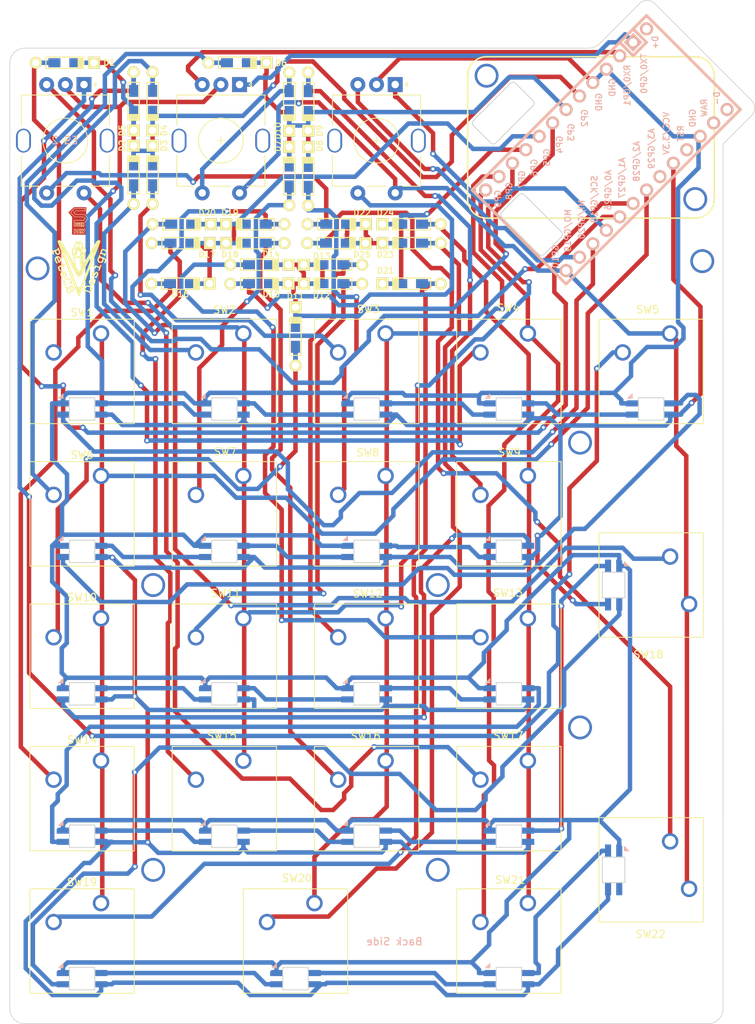
<source format=kicad_pcb>
(kicad_pcb (version 20211014) (generator pcbnew)
  (layers (0 "F.Cu" signal) (31 "B.Cu" signal) (34 "B.Paste" user) (35 "F.Paste" user) (36 "B.SilkS" user "B.Silkscreen") (37 "F.SilkS" user "F.Silkscreen") (38 "B.Mask" user) (39 "F.Mask" user) (44 "Edge.Cuts" user))
  (net 0 "")
  (net 1 "Net-(D1-Pad1)")
  (net 2 "Net-(D2-Pad1)")
  (net 3 "Net-(D3-Pad1)")
  (net 4 "Net-(D4-Pad1)")
  (net 5 "Net-(D5-Pad1)")
  (net 6 "Net-(D7-Pad1)")
  (net 7 "Net-(D8-Pad1)")
  (net 8 "Net-(D9-Pad1)")
  (net 9 "Net-(D12-Pad1)")
  (net 10 "Net-(D13-Pad1)")
  (net 11 "Net-(D14-Pad1)")
  (net 12 "Net-(D16-Pad1)")
  (net 13 "Net-(D17-Pad1)")
  (net 14 "/3.3V")
  (net 15 "/GND")
  (net 16 "Net-(D1-Pad2)")
  (net 20 "Net-(D6-Pad1)")
  (net 21 "Net-(SW1-Pad22)")
  (net 22 "Net-(SW2-Pad22)")
  (net 23 "Net-(SW3-Pad22)")
  (net 24 "Net-(SW4-Pad22)")
  (net 25 "Net-(SW6-Pad22)")
  (net 26 "Net-(SW7-Pad22)")
  (net 27 "Net-(SW10-Pad24)")
  (net 28 "Net-(SW10-Pad22)")
  (net 29 "Net-(SW11-Pad22)")
  (net 30 "Net-(SW12-Pad22)")
  (net 31 "Net-(SW13-Pad22)")
  (net 32 "Net-(D11-Pad1)")
  (net 33 "Net-(D18-Pad1)")
  (net 34 "Net-(D19-Pad1)")
  (net 35 "Net-(D20-Pad1)")
  (net 36 "Net-(SW14-Pad22)")
  (net 37 "Net-(SW15-Pad22)")
  (net 38 "Net-(SW16-Pad22)")
  (net 39 "Net-(RSW1-PadA)")
  (net 40 "Net-(RSW1-PadB)")
  (net 41 "Net-(RSW1-PadS2)")
  (net 42 "Net-(RSW2-PadA)")
  (net 43 "Net-(RSW2-PadB)")
  (net 44 "Net-(RSW2-PadS2)")
  (net 45 "Net-(RSW3-PadA)")
  (net 46 "Net-(RSW3-PadB)")
  (net 47 "Net-(D10-Pad2)")
  (net 48 "Net-(D10-Pad1)")
  (net 49 "Net-(D11-Pad2)")
  (net 50 "Net-(SW5-Pad22)")
  (net 51 "Net-(SW8-Pad22)")
  (net 52 "Net-(D15-Pad1)")
  (net 53 "Net-(D16-Pad2)")
  (net 54 "Net-(D21-Pad2)")
  (net 55 "Net-(D22-Pad1)")
  (net 56 "Net-(SW1-Pad11)")
  (net 57 "Net-(SW1-Pad24)")
  (net 58 "Net-(D21-Pad1)")
  (net 59 "Net-(SW12-Pad11)")
  (net 60 "Net-(SW13-Pad11)")
  (net 61 "Net-(D23-Pad1)")
  (net 62 "Net-(D24-Pad1)")
  (net 63 "Net-(D25-Pad1)")
  (net 65 "Net-(SW17-Pad22)")
  (net 66 "Net-(SW18-Pad22)")
  (net 67 "Net-(SW19-Pad22)")
  (net 68 "Net-(SW20-Pad22)")
  (net 69 "Net-(SW21-Pad22)")
  (footprint "PeteCB:Diode-dual" (layer "F.Cu") (at 54.5407 48.0556 180)
    (fp_text reference "D19")
    (fp_text value "DIODE" hide)
  )
  (footprint "PeteCB:Diode-dual" (layer "F.Cu") (at 59.1 41.614 90)
    (fp_text reference "D7")
    (fp_text value "DIODE" hide)
  )
  (footprint "PeteCB:Diode-dual" (layer "F.Cu") (at 61.64 41.654 90)
    (fp_text reference "D8")
    (fp_text value "DIODE" hide)
  )
  (footprint "PeteCB:Diode-dual" (layer "F.Cu") (at 64.9447 56.0156 180)
    (fp_text reference "D12")
    (fp_text value "DIODE" hide)
  )
  (footprint "PeteCB:Diode-dual" (layer "F.Cu") (at 44.5847 50.5956)
    (fp_text reference "D17")
    (fp_text value "DIODE" hide)
  )
  (footprint "PeteCB:SW_Cherry_MX_1.00u_PCB_WITH_SK6812MINI-E" (layer "F.Cu") (at 40.8827 134.4281)
    (fp_text reference "SW19")
    (fp_text value "SW_Push")
    (fp_line (start -11.225 13.05) (end -7.825 13.05) (layer "Edge.Cuts") (width 0.12))
    (fp_line (start -7.825 16.05) (end -7.825 13.05) (layer "Edge.Cuts") (width 0.12))
    (fp_line (start -11.225 13.05) (end -11.225 16.05) (layer "Edge.Cuts") (width 0.12))
    (fp_line (start -7.825 16.05) (end -11.225 16.05) (layer "Edge.Cuts") (width 0.12))
  )
  (footprint "PeteCB:SW_Cherry_MX_1.00u_PCB_WITH_SK6812MINI-E" (layer "F.Cu") (at 98.0327 134.4281)
    (fp_text reference "SW21")
    (fp_text value "SW_Push")
    (fp_line (start -11.225 13.05) (end -11.225 16.05) (layer "Edge.Cuts") (width 0.12))
    (fp_line (start -11.225 13.05) (end -7.825 13.05) (layer "Edge.Cuts") (width 0.12))
    (fp_line (start -7.825 16.05) (end -7.825 13.05) (layer "Edge.Cuts") (width 0.12))
    (fp_line (start -7.825 16.05) (end -11.225 16.05) (layer "Edge.Cuts") (width 0.12))
  )
  (footprint "PeteCB:0.91in 128x32 I2C STEMMA QT standoff only with cutout" (layer "F.Cu") (at 99.4927 36.45)
    (fp_text reference "STA1" hide)
    (fp_text value "0.91in 128x32 I2C STEMMA QT standoff only with cutout")
    (fp_line (start -10.775126 -7.224874) (end -15.724874 -2.275126) (layer "Edge.Cuts") (width 0.12))
    (fp_line (start -13.426777 0.730078) (end -15.724874 -1.568019) (layer "Edge.Cuts") (width 0.12))
    (fp_line (start -12.71967 0.730078) (end -7.769922 -4.21967) (layer "Edge.Cuts") (width 0.12))
    (fp_line (start -10.068019 -7.224874) (end -7.769922 -4.926777) (layer "Edge.Cuts") (width 0.12))
    (fp_arc (start -15.724874 -1.568019) (mid -15.871321 -1.921573) (end -15.724874 -2.275126) (layer "Edge.Cuts") (width 0.12))
    (fp_arc (start -7.769922 -4.926777) (mid -7.623475 -4.573223) (end -7.769922 -4.21967) (layer "Edge.Cuts") (width 0.12))
    (fp_arc (start -12.71967 0.730078) (mid -13.073223 0.876524) (end -13.426777 0.730078) (layer "Edge.Cuts") (width 0.12))
    (fp_arc (start -10.775126 -7.224874) (mid -10.421573 -7.37132) (end -10.068019 -7.224874) (layer "Edge.Cuts") (width 0.12))
  )
  (footprint "PeteCB:Diode-dual" (layer "F.Cu") (at 38.26 41.45 90)
    (fp_text reference "D2")
    (fp_text value "DIODE" hide)
  )
  (footprint "" (layer "F.Cu") (at 25.4 53.975)
    (fp_text reference "STA7" hide)
    (fp_text value "")
  )
  (footprint "PeteCB:Diode-dual" (layer "F.Cu") (at 65.4527 48.0556)
    (fp_text reference "D22")
    (fp_text value "DIODE" hide)
  )
  (footprint "PeteCB:SW_Cherry_MX_2.00u_PCB_WITH_SK6812MINI-E" (layer "F.Cu") (at 78.9827 134.4281)
    (fp_text reference "SW20")
    (fp_text value "SW_Push")
    (fp_line (start -17.35 16.05) (end -17.35 13.05) (layer "Edge.Cuts") (width 0.12))
    (fp_line (start -20.75 13.05) (end -20.75 16.05) (layer "Edge.Cuts") (width 0.12))
    (fp_line (start -17.35 16.05) (end -20.75 16.05) (layer "Edge.Cuts") (width 0.12))
    (fp_line (start -20.75 13.05) (end -17.35 13.05) (layer "Edge.Cuts") (width 0.12))
  )
  (footprint "PeteCB:Diode-dual" (layer "F.Cu") (at 55.1127 56.0156)
    (fp_text reference "D15")
    (fp_text value "DIODE" hide)
  )
  (footprint "PeteCB:SW_Cherry_MX_1.00u_PCB_WITH_SK6812MINI-E" (layer "F.Cu") (at 40.8827 115.3781)
    (fp_text reference "SW14")
    (fp_text value "SW_Push")
    (fp_line (start -11.225 13.05) (end -11.225 16.05) (layer "Edge.Cuts") (width 0.12))
    (fp_line (start -7.825 16.05) (end -7.825 13.05) (layer "Edge.Cuts") (width 0.12))
    (fp_line (start -7.825 16.05) (end -11.225 16.05) (layer "Edge.Cuts") (width 0.12))
    (fp_line (start -11.225 13.05) (end -7.825 13.05) (layer "Edge.Cuts") (width 0.12))
  )
  (footprint "PeteCB:SW_Cherry_MX_1.00u_PCB_WITH_SK6812MINI-E" (layer "F.Cu") (at 98.0327 77.2781)
    (fp_text reference "SW9")
    (fp_text value "SW_Push")
    (fp_line (start -11.225 13.05) (end -7.825 13.05) (layer "Edge.Cuts") (width 0.12))
    (fp_line (start -7.825 16.05) (end -11.225 16.05) (layer "Edge.Cuts") (width 0.12))
    (fp_line (start -7.825 16.05) (end -7.825 13.05) (layer "Edge.Cuts") (width 0.12))
    (fp_line (start -11.225 13.05) (end -11.225 16.05) (layer "Edge.Cuts") (width 0.12))
  )
  (footprint "PeteCB:SW_Cherry_MX_1.00u_PCB_WITH_SK6812MINI-E" (layer "F.Cu") (at 98.0327 115.3781)
    (fp_text reference "SW17")
    (fp_text value "SW_Push")
    (fp_line (start -11.225 13.05) (end -7.825 13.05) (layer "Edge.Cuts") (width 0.12))
    (fp_line (start -7.825 16.05) (end -11.225 16.05) (layer "Edge.Cuts") (width 0.12))
    (fp_line (start -7.825 16.05) (end -7.825 13.05) (layer "Edge.Cuts") (width 0.12))
    (fp_line (start -11.225 13.05) (end -11.225 16.05) (layer "Edge.Cuts") (width 0.12))
  )
  (footprint "PeteCB:Diode-dual" (layer "F.Cu") (at 59.1 31.658 -90)
    (fp_text reference "D10")
    (fp_text value "DIODE" hide)
  )
  (footprint "PeteCB:m2.5 hole" (layer "F.Cu") (at 98.0327 77.2781)
    (fp_text reference "STA2" hide)
    (fp_text value "m2.5 hole")
  )
  (footprint "PeteCB:Diode-dual" (layer "F.Cu") (at 55.1127 53.4756)
    (fp_text reference "D14")
    (fp_text value "DIODE" hide)
  )
  (footprint "PeteCB:SW_Cherry_MX_1.00u_PCB_WITH_SK6812MINI-E" (layer "F.Cu") (at 98.0327 96.3281)
    (fp_text reference "SW13")
    (fp_text value "SW_Push")
    (fp_line (start -11.225 13.05) (end -7.825 13.05) (layer "Edge.Cuts") (width 0.12))
    (fp_line (start -7.825 16.05) (end -11.225 16.05) (layer "Edge.Cuts") (width 0.12))
    (fp_line (start -11.225 13.05) (end -11.225 16.05) (layer "Edge.Cuts") (width 0.12))
    (fp_line (start -7.825 16.05) (end -7.825 13.05) (layer "Edge.Cuts") (width 0.12))
  )
  (footprint "PeteCB:SW_Cherry_MX_1.00u_PCB_WITH_SK6812MINI-E" (layer "F.Cu") (at 59.9327 58.2281)
    (fp_text reference "SW2")
    (fp_text value "SW_Push")
    (fp_line (start -7.825 16.05) (end -11.225 16.05) (layer "Edge.Cuts") (width 0.12))
    (fp_line (start -7.825 16.05) (end -7.825 13.05) (layer "Edge.Cuts") (width 0.12))
    (fp_line (start -11.225 13.05) (end -7.825 13.05) (layer "Edge.Cuts") (width 0.12))
    (fp_line (start -11.225 13.05) (end -11.225 16.05) (layer "Edge.Cuts") (width 0.12))
  )
  (footprint "" (layer "F.Cu") (at 78.9827 96.3281)
    (fp_text reference "STA9" hide)
    (fp_text value "")
  )
  (footprint "LOGO" (layer "F.Cu") (at 31 53.95)
    (fp_text reference "logo0" hide)
    (fp_text value "LOGO" hide)
  )
  (footprint "PeteCB:Diode-dual" (layer "F.Cu") (at 75.4827 50.5956 180)
    (fp_text reference "D23")
    (fp_text value "DIODE" hide)
  )
  (footprint "PeteCB:SW_Cherry_MX_1.00u_PCB_WITH_SK6812MINI-E" (layer "F.Cu") (at 59.9327 77.2781)
    (fp_text reference "SW7")
    (fp_text value "SW_Push")
    (fp_line (start -7.825 16.05) (end -7.825 13.05) (layer "Edge.Cuts") (width 0.12))
    (fp_line (start -11.225 13.05) (end -11.225 16.05) (layer "Edge.Cuts") (width 0.12))
    (fp_line (start -7.825 16.05) (end -11.225 16.05) (layer "Edge.Cuts") (width 0.12))
    (fp_line (start -11.225 13.05) (end -7.825 13.05) (layer "Edge.Cuts") (width 0.12))
  )
  (footprint "PeteCB:SW_Cherry_MX_1.00u_PCB_WITH_SK6812MINI-E" (layer "F.Cu") (at 40.8827 96.3281)
    (fp_text reference "SW10")
    (fp_text value "SW_Push")
    (fp_line (start -7.825 16.05) (end -7.825 13.05) (layer "Edge.Cuts") (width 0.12))
    (fp_line (start -11.225 13.05) (end -7.825 13.05) (layer "Edge.Cuts") (width 0.12))
    (fp_line (start -11.225 13.05) (end -11.225 16.05) (layer "Edge.Cuts") (width 0.12))
    (fp_line (start -7.825 16.05) (end -11.225 16.05) (layer "Edge.Cuts") (width 0.12))
  )
  (footprint "PeteCB:RotaryEncoder_EC11" (layer "F.Cu") (at 49.944 36.878 -90)
    (fp_text reference "RSW2")
    (fp_text value "RotaryEncoder_Switch")
  )
  (footprint "PeteCB:SW_Cherry_MX_1.00u_PCB_WITH_SK6812MINI-E" (layer "F.Cu") (at 78.9827 96.3281)
    (fp_text reference "SW12")
    (fp_text value "SW_Push")
    (fp_line (start -7.825 16.05) (end -11.225 16.05) (layer "Edge.Cuts") (width 0.12))
    (fp_line (start -11.225 13.05) (end -7.825 13.05) (layer "Edge.Cuts") (width 0.12))
    (fp_line (start -11.225 13.05) (end -11.225 16.05) (layer "Edge.Cuts") (width 0.12))
    (fp_line (start -7.825 16.05) (end -7.825 13.05) (layer "Edge.Cuts") (width 0.12))
  )
  (footprint "PeteCB:Diode-dual" (layer "F.Cu") (at 44.7087 48.0556)
    (fp_text reference "D20")
    (fp_text value "DIODE" hide)
  )
  (footprint "PeteCB:Diode-dual" (layer "F.Cu") (at 65.4127 50.5956)
    (fp_text reference "D25")
    (fp_text value "DIODE" hide)
  )
  (footprint "PeteCB:Diode-dual" (layer "F.Cu") (at 75.4827 48.0556 180)
    (fp_text reference "D24")
    (fp_text value "DIODE" hide)
  )
  (footprint "PeteCB:SW_Cherry_MX_1.00u_PCB_WITH_SK6812MINI-E" (layer "F.Cu") (at 40.8827 77.2781)
    (fp_text reference "SW6")
    (fp_text value "SW_Push")
    (fp_line (start -7.825 16.05) (end -11.225 16.05) (layer "Edge.Cuts") (width 0.12))
    (fp_line (start -7.825 16.05) (end -7.825 13.05) (layer "Edge.Cuts") (width 0.12))
    (fp_line (start -11.225 13.05) (end -7.825 13.05) (layer "Edge.Cuts") (width 0.12))
    (fp_line (start -11.225 13.05) (end -11.225 16.05) (layer "Edge.Cuts") (width 0.12))
  )
  (footprint "PeteCB:SW_Cherry_MX_1.00u_PCB_WITH_SK6812MINI-E" (layer "F.Cu") (at 117.0827 58.2281)
    (fp_text reference "SW5")
    (fp_text value "SW_Push")
    (fp_line (start -11.225 13.05) (end -7.825 13.05) (layer "Edge.Cuts") (width 0.12))
    (fp_line (start -11.225 13.05) (end -11.225 16.05) (layer "Edge.Cuts") (width 0.12))
    (fp_line (start -7.825 16.05) (end -11.225 16.05) (layer "Edge.Cuts") (width 0.12))
    (fp_line (start -7.825 16.05) (end -7.825 13.05) (layer "Edge.Cuts") (width 0.12))
  )
  (footprint "LOGO" (layer "F.Cu") (at 31 47.6)
    (fp_text reference "logo4" hide)
    (fp_text value "LOGO" hide)
  )
  (footprint "PeteCB:Diode-dual" (layer "F.Cu") (at 38.26 31.618 -90)
    (fp_text reference "D5")
    (fp_text value "DIODE" hide)
  )
  (footprint "" (layer "F.Cu") (at 78.9827 134.4281)
    (fp_text reference "STA10" hide)
    (fp_text value "")
  )
  (footprint "PeteCB:Diode-dual" (layer "F.Cu") (at 40.8 41.45 90)
    (fp_text reference "D3")
    (fp_text value "DIODE" hide)
  )
  (footprint "PeteCB:SW_Cherry_MX_2.00u_PCB_WITH_SK6812MINI-E" (layer "F.Cu") (at 117.0827 153.4781 -90)
    (fp_text reference "SW22")
    (fp_text value "SW_Push")
    (fp_line (start -20.75 13.05) (end -17.35 13.05) (layer "Edge.Cuts") (width 0.12))
    (fp_line (start -20.75 13.05) (end -20.75 16.05) (layer "Edge.Cuts") (width 0.12))
    (fp_line (start -17.35 16.05) (end -20.75 16.05) (layer "Edge.Cuts") (width 0.12))
    (fp_line (start -17.35 16.05) (end -17.35 13.05) (layer "Edge.Cuts") (width 0.12))
  )
  (footprint "PeteCB:Diode-dual" (layer "F.Cu") (at 59.9327 63.0656 90)
    (fp_text reference "D11")
    (fp_text value "DIODE" hide)
  )
  (footprint "PeteCB:SW_Cherry_MX_1.00u_PCB_WITH_SK6812MINI-E" (layer "F.Cu") (at 78.9827 77.2781)
    (fp_text reference "SW8")
    (fp_text value "SW_Push")
    (fp_line (start -7.825 16.05) (end -7.825 13.05) (layer "Edge.Cuts") (width 0.12))
    (fp_line (start -11.225 13.05) (end -11.225 16.05) (layer "Edge.Cuts") (width 0.12))
    (fp_line (start -7.825 16.05) (end -11.225 16.05) (layer "Edge.Cuts") (width 0.12))
    (fp_line (start -11.225 13.05) (end -7.825 13.05) (layer "Edge.Cuts") (width 0.12))
  )
  (footprint "PeteCB:KB2040 through hole only (top mount with hotpins 3d model view)" (layer "F.Cu") (at 100.652 38.998 -135)
    (fp_text reference "U1" hide)
    (fp_text value "KB2040" hide)
    (fp_line (start 14.5 4.000001) (end 11.25 4.000001) (layer "Edge.Cuts") (width 0.12))
    (fp_line (start 11.25 -4.000001) (end 14.5 -4.000001) (layer "Edge.Cuts") (width 0.12))
    (fp_line (start 10.75 -3.5) (end 10.75 3.5) (layer "Edge.Cuts") (width 0.12))
    (fp_line (start 15 3.5) (end 15 -3.5) (layer "Edge.Cuts") (width 0.12))
    (fp_arc (start 15 3.5) (mid 14.853553 3.853554) (end 14.5 4.000001) (layer "Edge.Cuts") (width 0.12))
    (fp_arc (start 10.75 -3.5) (mid 10.896446 -3.853553) (end 11.25 -4.000001) (layer "Edge.Cuts") (width 0.12))
    (fp_arc (start 11.25 4.000001) (mid 10.896446 3.853555) (end 10.75 3.5) (layer "Edge.Cuts") (width 0.12))
    (fp_arc (start 14.5 -4.000001) (mid 14.853554 -3.853554) (end 15 -3.5) (layer "Edge.Cuts") (width 0.12))
  )
  (footprint "PeteCB:SW_Cherry_MX_1.00u_PCB_WITH_SK6812MINI-E" (layer "F.Cu") (at 78.9827 115.3781)
    (fp_text reference "SW16")
    (fp_text value "SW_Push")
    (fp_line (start -11.225 13.05) (end -7.825 13.05) (layer "Edge.Cuts") (width 0.12))
    (fp_line (start -7.825 16.05) (end -7.825 13.05) (layer "Edge.Cuts") (width 0.12))
    (fp_line (start -11.225 13.05) (end -11.225 16.05) (layer "Edge.Cuts") (width 0.12))
    (fp_line (start -7.825 16.05) (end -11.225 16.05) (layer "Edge.Cuts") (width 0.12))
  )
  (footprint "PeteCB:Diode-dual" (layer "F.Cu") (at 52.16 26.46)
    (fp_text reference "D6")
    (fp_text value "DIODE" hide)
  )
  (footprint "PeteCB:SW_Cherry_MX_1.00u_PCB_WITH_SK6812MINI-E" (layer "F.Cu") (at 98.0327 58.2281)
    (fp_text reference "SW4")
    (fp_text value "SW_Push")
    (fp_line (start -7.825 16.05) (end -11.225 16.05) (layer "Edge.Cuts") (width 0.12))
    (fp_line (start -7.825 16.05) (end -7.825 13.05) (layer "Edge.Cuts") (width 0.12))
    (fp_line (start -11.225 13.05) (end -7.825 13.05) (layer "Edge.Cuts") (width 0.12))
    (fp_line (start -11.225 13.05) (end -11.225 16.05) (layer "Edge.Cuts") (width 0.12))
  )
  (footprint "" (layer "F.Cu") (at 114.4 53)
    (fp_text reference "STA6" hide)
    (fp_text value "")
  )
  (footprint "PeteCB:RotaryEncoder_EC11" (layer "F.Cu") (at 29.116 36.878 -90)
    (fp_text reference "RSW1")
    (fp_text value "RotaryEncoder_Switch")
  )
  (footprint "PeteCB:Diode-dual" (layer "F.Cu") (at 61.64 31.658 -90)
    (fp_text reference "D9")
    (fp_text value "DIODE" hide)
  )
  (footprint "PeteCB:Diode-dual" (layer "F.Cu") (at 29.06 26.46)
    (fp_text reference "D1")
    (fp_text value "DIODE" hide)
  )
  (footprint "" (layer "F.Cu") (at 40.8827 96.3281)
    (fp_text reference "STA3" hide)
    (fp_text value "")
  )
  (footprint "" (layer "F.Cu") (at 98.0327 115.3781)
    (fp_text reference "STA5" hide)
    (fp_text value "")
  )
  (footprint "PeteCB:SW_Cherry_MX_1.00u_PCB_WITH_SK6812MINI-E" (layer "F.Cu") (at 59.9327 115.3781)
    (fp_text reference "SW15")
    (fp_text value "SW_Push")
    (fp_line (start -7.825 16.05) (end -11.225 16.05) (layer "Edge.Cuts") (width 0.12))
    (fp_line (start -7.825 16.05) (end -7.825 13.05) (layer "Edge.Cuts") (width 0.12))
    (fp_line (start -11.225 13.05) (end -7.825 13.05) (layer "Edge.Cuts") (width 0.12))
    (fp_line (start -11.225 13.05) (end -11.225 16.05) (layer "Edge.Cuts") (width 0.12))
  )
  (footprint "PeteCB:SW_Cherry_MX_2.00u_PCB_WITH_SK6812MINI-E" (layer "F.Cu") (at 117.0827 115.3781 -90)
    (fp_text reference "SW18")
    (fp_text value "SW_Push")
    (fp_line (start -17.35 16.05) (end -17.35 13.05) (layer "Edge.Cuts") (width 0.12))
    (fp_line (start -17.35 16.05) (end -20.75 16.05) (layer "Edge.Cuts") (width 0.12))
    (fp_line (start -20.75 13.05) (end -17.35 13.05) (layer "Edge.Cuts") (width 0.12))
    (fp_line (start -20.75 13.05) (end -20.75 16.05) (layer "Edge.Cuts") (width 0.12))
  )
  (footprint "PeteCB:SW_Cherry_MX_1.00u_PCB_WITH_SK6812MINI-E" (layer "F.Cu") (at 40.8827 58.2281)
    (fp_text reference "SW1")
    (fp_text value "SW_Push")
    (fp_line (start -7.825 16.05) (end -7.825 13.05) (layer "Edge.Cuts") (width 0.12))
    (fp_line (start -11.225 13.05) (end -11.225 16.05) (layer "Edge.Cuts") (width 0.12))
    (fp_line (start -11.225 13.05) (end -7.825 13.05) (layer "Edge.Cuts") (width 0.12))
    (fp_line (start -7.825 16.05) (end -11.225 16.05) (layer "Edge.Cuts") (width 0.12))
  )
  (footprint "" (layer "F.Cu") (at 40.8827 134.4281)
    (fp_text reference "STA4" hide)
    (fp_text value "")
  )
  (footprint "PeteCB:SW_Cherry_MX_1.00u_PCB_WITH_SK6812MINI-E" (layer "F.Cu") (at 59.9327 96.3281)
    (fp_text reference "SW11")
    (fp_text value "SW_Push")
    (fp_line (start -7.825 16.05) (end -11.225 16.05) (layer "Edge.Cuts") (width 0.12))
    (fp_line (start -11.225 13.05) (end -11.225 16.05) (layer "Edge.Cuts") (width 0.12))
    (fp_line (start -11.225 13.05) (end -7.825 13.05) (layer "Edge.Cuts") (width 0.12))
    (fp_line (start -7.825 16.05) (end -7.825 13.05) (layer "Edge.Cuts") (width 0.12))
  )
  (footprint "PeteCB:Diode-dual" (layer "F.Cu") (at 54.5407 50.5956 180)
    (fp_text reference "D18")
    (fp_text value "DIODE" hide)
  )
  (footprint "PeteCB:Diode-dual" (layer "F.Cu") (at 75.4827 56.0156 180)
    (fp_text reference "D21")
    (fp_text value "DIODE" hide)
  )
  (footprint "PeteCB:Diode-dual" (layer "F.Cu") (at 40.8 31.618 -90)
    (fp_text reference "D4")
    (fp_text value "DIODE" hide)
  )
  (footprint "PeteCB:SW_Cherry_MX_1.00u_PCB_WITH_SK6812MINI-E" (layer "F.Cu") (at 78.9827 58.2281)
    (fp_text reference "SW3")
    (fp_text value "SW_Push")
    (fp_line (start -11.225 13.05) (end -11.225 16.05) (layer "Edge.Cuts") (width 0.12))
    (fp_line (start -11.225 13.05) (end -7.825 13.05) (layer "Edge.Cuts") (width 0.12))
    (fp_line (start -7.825 16.05) (end -11.225 16.05) (layer "Edge.Cuts") (width 0.12))
    (fp_line (start -7.825 16.05) (end -7.825 13.05) (layer "Edge.Cuts") (width 0.12))
  )
  (footprint "PeteCB:Diode-dual" (layer "F.Cu") (at 64.9447 53.4756 180)
    (fp_text reference "D13")
    (fp_text value "DIODE" hide)
  )
  (footprint "PeteCB:Diode-dual" (layer "F.Cu") (at 44.5327 56.0156)
    (fp_text reference "D16")
    (fp_text value "DIODE" hide)
  )
  (footprint "PeteCB:RotaryEncoder_EC11" (layer "F.Cu") (at 70.784 36.878 -90)
    (fp_text reference "RSW3")
    (fp_text value "RotaryEncoder_Switch")
  )
  (gr_line (start 115.1827 155.001386) (end 23.6827 155.001386) (layer "Edge.Cuts") (width 0.1))
  (gr_line (start 23.6827 24.5156) (end 99.1 24.5156) (layer "Edge.Cuts") (width 0.1))
  (gr_arc (start 21.6827 26.5156) (mid 22.268486 25.101386) (end 23.6827 24.5156) (layer "Edge.Cuts") (width 0.1))
  (gr_line (start 121 33.518386) (end 117.35 37.161986) (layer "Edge.Cuts") (width 0.1))
  (gr_line (start 108.014214 18.5326) (end 121 31.518386) (layer "Edge.Cuts") (width 0.1))
  (gr_arc (start 106.014214 18.5326) (mid 107.014214 18.118386) (end 108.014214 18.5326) (layer "Edge.Cuts") (width 0.1))
  (gr_arc (start 23.6827 155.001386) (mid 22.268491 154.415599) (end 21.6827 153.001386) (layer "Edge.Cuts") (width 0.1))
  (gr_arc (start 117.1844 37.511986) (mid 117.227889 37.318386) (end 117.35 37.161986) (layer "Edge.Cuts") (width 0.1))
  (gr_line (start 100.6 23.9656) (end 106.014214 18.5326) (layer "Edge.Cuts") (width 0.1))
  (gr_arc (start 100.6 23.9656) (mid 99.896855 24.368386) (end 99.1 24.5156) (layer "Edge.Cuts") (width 0.1))
  (gr_line (start 117.1844 37.511986) (end 117.1827 153.001386) (layer "Edge.Cuts") (width 0.1))
  (gr_arc (start 121 31.518386) (mid 121.414214 32.518386) (end 121 33.518386) (layer "Edge.Cuts") (width 0.1))
  (gr_arc (start 117.1827 153.001386) (mid 116.596919 154.415609) (end 115.1827 155.001386) (layer "Edge.Cuts") (width 0.1))
  (gr_line (start 21.6827 153.001386) (end 21.6827 26.5156) (layer "Edge.Cuts") (width 0.1))
  (gr_text "Back Side" (at 73.1827 144.0156) (layer "B.SilkS") (effects (font (size 1 1)) (justify mirror)))
  (gr_text "ES 2\n" (at 29.055 36.8444) (layer "B.SilkS") (effects (font (size 1 1)) (justify mirror)))
  (segment (start 27.5477 65.2131) (end 28.2671 64.4937) (width 0.6) (layer "F.Cu") (net 1))
  (segment (start 28.2671 64.4937) (end 28.2671 37.433) (width 0.6) (layer "F.Cu") (net 1))
  (segment (start 24.9372 34.1031) (end 24.9372 26.6828) (width 0.6) (layer "F.Cu") (net 1))
  (segment (start 28.2671 37.433) (end 24.9372 34.1031) (width 0.6) (layer "F.Cu") (net 1))
  (segment (start 24.9372 26.6828) (end 25.16 26.46) (width 0.6) (layer "F.Cu") (net 1))
  (segment (start 27.66 26.46) (end 26.56 26.46) (width 0.6) (layer "F.Cu") (net 1))
  (segment (start 26.56 26.46) (end 25.16 26.46) (width 0.6) (layer "F.Cu") (net 1))
  (segment (start 27.66 26.46) (end 26.56 26.46) (width 0.6) (layer "B.Cu") (net 1))
  (segment (start 26.56 26.46) (end 25.16 26.46) (width 0.6) (layer "B.Cu") (net 1))
  (segment (start 38.26 43.95) (end 38.26 45.35) (width 0.6) (layer "F.Cu") (net 2))
  (segment (start 38.26 42.85) (end 38.26 43.95) (width 0.6) (layer "F.Cu") (net 2))
  (segment (start 38.26 42.85) (end 38.26 43.95) (width 0.6) (layer "B.Cu") (net 2))
  (segment (start 46.2777 64.8931) (end 40.4887 64.8931) (width 0.6) (layer "B.Cu") (net 2))
  (segment (start 40.4887 64.8931) (end 34.3042 58.7086) (width 0.6) (layer "B.Cu") (net 2))
  (segment (start 46.5977 65.2131) (end 46.2777 64.8931) (width 0.6) (layer "B.Cu") (net 2))
  (segment (start 34.3042 58.7086) (end 34.3042 49.3058) (width 0.6) (layer "B.Cu") (net 2))
  (segment (start 38.26 45.35) (end 38.26 43.95) (width 0.6) (layer "B.Cu") (net 2))
  (segment (start 34.3042 49.3058) (end 38.26 45.35) (width 0.6) (layer "B.Cu") (net 2))
  (segment (start 40.8 43.95) (end 40.8 45.35) (width 0.6) (layer "F.Cu") (net 3))
  (segment (start 39.1817 46.9683) (end 39.1817 57.4997) (width 0.6) (layer "F.Cu") (net 3))
  (segment (start 40.8 42.85) (end 40.8 43.95) (width 0.6) (layer "F.Cu") (net 3))
  (segment (start 40.8 45.35) (end 39.1817 46.9683) (width 0.6) (layer "F.Cu") (net 3))
  (via (at 39.1817 57.4997) (size 0.8) (drill 0.4) (layers "F.Cu" "B.Cu") (net 3))
  (segment (start 53.7451 60.9043) (end 44.0014 60.9043) (width 0.6) (layer "B.Cu") (net 3))
  (segment (start 40.8 43.95) (end 40.8 45.35) (width 0.6) (layer "B.Cu") (net 3))
  (segment (start 44.0014 60.9043) (end 40.5968 57.4997) (width 0.6) (layer "B.Cu") (net 3))
  (segment (start 63.4148 62.9802) (end 55.821 62.9802) (width 0.6) (layer "B.Cu") (net 3))
  (segment (start 65.6477 65.2131) (end 63.4148 62.9802) (width 0.6) (layer "B.Cu") (net 3))
  (segment (start 40.5968 57.4997) (end 39.1817 57.4997) (width 0.6) (layer "B.Cu") (net 3))
  (segment (start 55.821 62.9802) (end 53.7451 60.9043) (width 0.6) (layer "B.Cu") (net 3))
  (segment (start 40.8 42.85) (end 40.8 43.95) (width 0.6) (layer "B.Cu") (net 3))
  (segment (start 40.8 30.218) (end 40.8 29.118) (width 0.6) (layer "F.Cu") (net 4))
  (segment (start 39.2259 69.6201) (end 40.0526 70.4468) (width 0.6) (layer "F.Cu") (net 4))
  (segment (start 81.9232 67.0323) (end 81.9232 77.4673) (width 0.6) (layer "F.Cu") (net 4))
  (segment (start 84.6977 65.2131) (end 83.7424 65.2131) (width 0.6) (layer "F.Cu") (net 4))
  (segment (start 40.8 29.118) (end 40.8 27.718) (width 0.6) (layer "F.Cu") (net 4))
  (segment (start 40.0526 70.4468) (end 40.0526 76.9995) (width 0.6) (layer "F.Cu") (net 4))
  (segment (start 81.9232 77.4673) (end 81.9738 77.5179) (width 0.6) (layer "F.Cu") (net 4))
  (segment (start 83.7424 65.2131) (end 81.9232 67.0323) (width 0.6) (layer "F.Cu") (net 4))
  (via (at 39.2259 69.6201) (size 0.8) (drill 0.4) (layers "F.Cu" "B.Cu") (net 4))
  (via (at 40.0526 76.9995) (size 0.8) (drill 0.4) (layers "F.Cu" "B.Cu") (net 4))
  (via (at 81.9738 77.5179) (size 0.8) (drill 0.4) (layers "F.Cu" "B.Cu") (net 4))
  (segment (start 81.4554 76.9995) (end 40.0526 76.9995) (width 0.6) (layer "B.Cu") (net 4))
  (segment (start 33.305 59.0535) (end 38.1372 63.8857) (width 0.6) (layer "B.Cu") (net 4))
  (segment (start 37.6545 26.2441) (end 35.7524 28.1462) (width 0.6) (layer "B.Cu") (net 4))
  (segment (start 35.7524 28.1462) (end 35.7524 32.1406) (width 0.6) (layer "B.Cu") (net 4))
  (segment (start 36.6143 43.1756) (end 36.6143 44.6678) (width 0.6) (layer "B.Cu") (net 4))
  (segment (start 33.0963 42.5153) (end 35.954 42.5153) (width 0.6) (layer "B.Cu") (net 4))
  (segment (start 40.8 29.118) (end 40.8 27.718) (width 0.6) (layer "B.Cu") (net 4))
  (segment (start 40.8 27.718) (end 39.3261 26.2441) (width 0.6) (layer "B.Cu") (net 4))
  (segment (start 24.9631 42.9299) (end 24.9631 44.6301) (width 0.6) (layer "B.Cu") (net 4))
  (segment (start 24.9631 44.6301) (end 25.9087 45.5757) (width 0.6) (layer "B.Cu") (net 4))
  (segment (start 30.6494 42.2255) (end 32.8065 42.2255) (width 0.6) (layer "B.Cu") (net 4))
  (segment (start 32.8065 42.2255) (end 33.0963 42.5153) (width 0.6) (layer "B.Cu") (net 4))
  (segment (start 33.305 47.9771) (end 33.305 59.0535) (width 0.6) (layer "B.Cu") (net 4))
  (segment (start 27.2992 45.5757) (end 30.6494 42.2255) (width 0.6) (layer "B.Cu") (net 4))
  (segment (start 38.1372 68.5314) (end 39.2259 69.6201) (width 0.6) (layer "B.Cu") (net 4))
  (segment (start 38.1372 63.8857) (end 38.1372 68.5314) (width 0.6) (layer "B.Cu") (net 4))
  (segment (start 39.3261 26.2441) (end 37.6545 26.2441) (width 0.6) (layer "B.Cu") (net 4))
  (segment (start 35.7524 32.1406) (end 24.9631 42.9299) (width 0.6) (layer "B.Cu") (net 4))
  (segment (start 36.6143 44.6678) (end 33.305 47.9771) (width 0.6) (layer "B.Cu") (net 4))
  (segment (start 25.9087 45.5757) (end 27.2992 45.5757) (width 0.6) (layer "B.Cu") (net 4))
  (segment (start 35.954 42.5153) (end 36.6143 43.1756) (width 0.6) (layer "B.Cu") (net 4))
  (segment (start 81.9738 77.5179) (end 81.4554 76.9995) (width 0.6) (layer "B.Cu") (net 4))
  (segment (start 40.8 29.118) (end 40.8 30.218) (width 0.6) (layer "B.Cu") (net 4))
  (segment (start 33.7543 30.218) (end 32.667 31.3053) (width 0.6) (layer "F.Cu") (net 5))
  (segment (start 32.6942 116.5126) (end 24.2551 108.0735) (width 0.6) (layer "F.Cu") (net 5))
  (segment (start 38.26 29.118) (end 38.26 27.718) (width 0.6) (layer "F.Cu") (net 5))
  (segment (start 38.26 30.218) (end 38.26 29.118) (width 0.6) (layer "F.Cu") (net 5))
  (segment (start 38.26 30.218) (end 37.06 30.218) (width 0.6) (layer "F.Cu") (net 5))
  (segment (start 96.6084 94.8926) (end 96.6084 83.3865) (width 0.6) (layer "F.Cu") (net 5))
  (segment (start 100.2829 79.712) (end 100.2829 67.3662) (width 0.6) (layer "F.Cu") (net 5))
  (segment (start 24.2551 108.0735) (end 24.2551 84.5226) (width 0.6) (layer "F.Cu") (net 5))
  (segment (start 37.06 30.218) (end 33.7543 30.218) (width 0.6) (layer "F.Cu") (net 5))
  (segment (start 96.6084 83.3865) (end 100.2829 79.712) (width 0.6) (layer "F.Cu") (net 5))
  (via (at 96.6084 94.8926) (size 0.8) (drill 0.4) (layers "F.Cu" "B.Cu") (net 5))
  (via (at 32.667 31.3053) (size 0.8) (drill 0.4) (layers "F.Cu" "B.Cu") (net 5))
  (via (at 32.6942 116.5126) (size 0.8) (drill 0.4) (layers "F.Cu" "B.Cu") (net 5))
  (via (at 24.2551 84.5226) (size 0.8) (drill 0.4) (layers "F.Cu" "B.Cu") (net 5))
  (via (at 100.2829 67.3662) (size 0.8) (drill 0.4) (layers "F.Cu" "B.Cu") (net 5))
  (segment (start 38.26 30.218) (end 38.26 29.118) (width 0.6) (layer "B.Cu") (net 5))
  (segment (start 94.4789 97.0221) (end 94.4789 101.7291) (width 0.6) (layer "B.Cu") (net 5))
  (segment (start 93.871 108.0437) (end 93.871 112.3664) (width 0.6) (layer "B.Cu") (net 5))
  (segment (start 102.436 65.2131) (end 100.2829 67.3662) (width 0.6) (layer "B.Cu") (net 5))
  (segment (start 103.7477 65.2131) (end 102.436 65.2131) (width 0.6) (layer "B.Cu") (net 5))
  (segment (start 23.0107 83.2782) (end 24.2551 84.5226) (width 0.6) (layer "B.Cu") (net 5))
  (segment (start 23.0107 41.9244) (end 23.0107 83.2782) (width 0.6) (layer "B.Cu") (net 5))
  (segment (start 95.0943 102.3445) (end 95.0943 106.8204) (width 0.6) (layer "B.Cu") (net 5))
  (segment (start 95.0943 106.8204) (end 93.871 108.0437) (width 0.6) (layer "B.Cu") (net 5))
  (segment (start 32.667 31.3053) (end 32.667 32.2681) (width 0.6) (layer "B.Cu") (net 5))
  (segment (start 94.4789 101.7291) (end 95.0943 102.3445) (width 0.6) (layer "B.Cu") (net 5))
  (segment (start 89.7248 116.5126) (end 32.6942 116.5126) (width 0.6) (layer "B.Cu") (net 5))
  (segment (start 32.667 32.2681) (end 23.0107 41.9244) (width 0.6) (layer "B.Cu") (net 5))
  (segment (start 93.871 112.3664) (end 89.7248 116.5126) (width 0.6) (layer "B.Cu") (net 5))
  (segment (start 38.26 29.118) (end 38.26 27.718) (width 0.6) (layer "B.Cu") (net 5))
  (segment (start 96.6084 94.8926) (end 94.4789 97.0221) (width 0.6) (layer "B.Cu") (net 5))
  (segment (start 50.1088 64.2407) (end 47.0546 67.2949) (width 0.6) (layer "F.Cu") (net 6))
  (segment (start 47.0546 83.8062) (end 46.5977 84.2631) (width 0.6) (layer "F.Cu") (net 6))
  (segment (start 47.0546 67.2949) (end 47.0546 83.8062) (width 0.6) (layer "F.Cu") (net 6))
  (segment (start 53.4249 58.3982) (end 50.1088 61.7143) (width 0.6) (layer "F.Cu") (net 6))
  (segment (start 59.1 44.114) (end 59.1 45.514) (width 0.6) (layer "F.Cu") (net 6))
  (segment (start 59.1 43.014) (end 59.1 44.114) (width 0.6) (layer "F.Cu") (net 6))
  (segment (start 50.1088 61.7143) (end 50.1088 64.2407) (width 0.6) (layer "F.Cu") (net 6))
  (via (at 53.4249 58.3982) (size 0.8) (drill 0.4) (layers "F.Cu" "B.Cu") (net 6))
  (segment (start 59.1 43.014) (end 59.1 44.114) (width 0.6) (layer "B.Cu") (net 6))
  (segment (start 55.0129 51.9633) (end 55.0129 56.8923) (width 0.6) (layer "B.Cu") (net 6))
  (segment (start 59.1 44.114) (end 59.1 45.514) (width 0.6) (layer "B.Cu") (net 6))
  (segment (start 53.507 58.3982) (end 53.4249 58.3982) (width 0.6) (layer "B.Cu") (net 6))
  (segment (start 54.6405 51.5909) (end 55.0129 51.9633) (width 0.6) (layer "B.Cu") (net 6))
  (segment (start 55.0129 56.8923) (end 53.507 58.3982) (width 0.6) (layer "B.Cu") (net 6))
  (segment (start 54.6405 47.2382) (end 54.6405 51.5909) (width 0.6) (layer "B.Cu") (net 6))
  (segment (start 59.1 45.514) (end 56.3647 45.514) (width 0.6) (layer "B.Cu") (net 6))
  (segment (start 56.3647 45.514) (end 54.6405 47.2382) (width 0.6) (layer "B.Cu") (net 6))
  (segment (start 65.6477 84.2631) (end 66.4574 83.4534) (width 0.6) (layer "F.Cu") (net 7))
  (segment (start 61.64 44.154) (end 61.64 45.554) (width 0.6) (layer "F.Cu") (net 7))
  (segment (start 61.64 43.054) (end 61.64 44.154) (width 0.6) (layer "F.Cu") (net 7))
  (segment (start 66.4574 83.4534) (end 66.4574 66.9421) (width 0.6) (layer "F.Cu") (net 7))
  (segment (start 68.0963 65.3032) (end 68.0963 57.7913) (width 0.6) (layer "F.Cu") (net 7))
  (segment (start 66.4574 66.9421) (end 68.0963 65.3032) (width 0.6) (layer "F.Cu") (net 7))
  (via (at 68.0963 57.7913) (size 0.8) (drill 0.4) (layers "F.Cu" "B.Cu") (net 7))
  (segment (start 65.3955 47.2113) (end 65.3955 52.0686) (width 0.6) (layer "B.Cu") (net 7))
  (segment (start 65.3955 52.0686) (end 65.0445 52.4196) (width 0.6) (layer "B.Cu") (net 7))
  (segment (start 65.0445 56.8559) (end 65.9799 57.7913) (width 0.6) (layer "B.Cu") (net 7))
  (segment (start 65.9799 57.7913) (end 68.0963 57.7913) (width 0.6) (layer "B.Cu") (net 7))
  (segment (start 61.64 43.054) (end 61.64 44.154) (width 0.6) (layer "B.Cu") (net 7))
  (segment (start 61.64 46.204) (end 64.3882 46.204) (width 0.6) (layer "B.Cu") (net 7))
  (segment (start 61.64 45.554) (end 61.64 46.204) (width 0.6) (layer "B.Cu") (net 7))
  (segment (start 61.64 44.154) (end 61.64 45.554) (width 0.6) (layer "B.Cu") (net 7))
  (segment (start 64.3882 46.204) (end 65.3955 47.2113) (width 0.6) (layer "B.Cu") (net 7))
  (segment (start 65.0445 52.4196) (end 65.0445 56.8559) (width 0.6) (layer "B.Cu") (net 7))
  (segment (start 61.64 30.258) (end 61.64 29.158) (width 0.6) (layer "F.Cu") (net 8))
  (segment (start 61.64 30.258) (end 63.2474 30.258) (width 0.6) (layer "F.Cu") (net 8))
  (segment (start 80.9211 64.9837) (end 80.9211 79.0401) (width 0.6) (layer "F.Cu") (net 8))
  (segment (start 63.2474 30.258) (end 77.2699 44.2805) (width 0.6) (layer "F.Cu") (net 8))
  (segment (start 80.9211 79.0401) (end 84.6977 82.8167) (width 0.6) (layer "F.Cu") (net 8))
  (segment (start 61.64 29.158) (end 61.64 27.758) (width 0.6) (layer "F.Cu") (net 8))
  (segment (start 83.3033 62.6015) (end 80.9211 64.9837) (width 0.6) (layer "F.Cu") (net 8))
  (segment (start 83.3033 55.5451) (end 83.3033 62.6015) (width 0.6) (layer "F.Cu") (net 8))
  (segment (start 84.6977 82.8167) (end 84.6977 84.2631) (width 0.6) (layer "F.Cu") (net 8))
  (segment (start 77.2699 44.2805) (end 78.6136 44.2805) (width 0.6) (layer "F.Cu") (net 8))
  (via (at 78.6136 44.2805) (size 0.8) (drill 0.4) (layers "F.Cu" "B.Cu") (net 8))
  (via (at 83.3033 55.5451) (size 0.8) (drill 0.4) (layers "F.Cu" "B.Cu") (net 8))
  (segment (start 78.6136 44.2805) (end 79.0947 44.2805) (width 0.6) (layer "B.Cu") (net 8))
  (segment (start 61.64 29.158) (end 61.64 27.758) (width 0.6) (layer "B.Cu") (net 8))
  (segment (start 61.64 30.258) (end 61.64 29.158) (width 0.6) (layer "B.Cu") (net 8))
  (segment (start 83.3033 48.4891) (end 83.3033 55.5451) (width 0.6) (layer "B.Cu") (net 8))
  (segment (start 79.0947 44.2805) (end 83.3033 48.4891) (width 0.6) (layer "B.Cu") (net 8))
  (segment (start 62.8775 64.2179) (end 62.8775 96.6562) (width 0.6) (layer "F.Cu") (net 9))
  (segment (start 66.3447 60.7507) (end 62.8775 64.2179) (width 0.6) (layer "F.Cu") (net 9))
  (segment (start 66.3447 56.0156) (end 67.4447 56.0156) (width 0.6) (layer "F.Cu") (net 9))
  (segment (start 66.3447 56.0156) (end 66.3447 60.7507) (width 0.6) (layer "F.Cu") (net 9))
  (segment (start 67.4447 56.0156) (end 68.8447 56.0156) (width 0.6) (layer "F.Cu") (net 9))
  (segment (start 62.8775 96.6562) (end 63.683 97.4617) (width 0.6) (layer "F.Cu") (net 9))
  (via (at 63.683 97.4617) (size 0.8) (drill 0.4) (layers "F.Cu" "B.Cu") (net 9))
  (segment (start 46.5977 103.3131) (end 46.5977 102.2117) (width 0.6) (layer "B.Cu") (net 9))
  (segment (start 63.683 97.4618) (end 63.683 97.4617) (width 0.6) (layer "B.Cu") (net 9))
  (segment (start 46.5977 102.2117) (end 51.3476 97.4618) (width 0.6) (layer "B.Cu") (net 9))
  (segment (start 51.3476 97.4618) (end 63.683 97.4618) (width 0.6) (layer "B.Cu") (net 9))
  (segment (start 67.4447 56.0156) (end 68.8447 56.0156) (width 0.6) (layer "B.Cu") (net 9))
  (segment (start 66.3447 56.0156) (end 67.4447 56.0156) (width 0.6) (layer "B.Cu") (net 9))
  (segment (start 61.927 99.5924) (end 65.6477 103.3131) (width 0.6) (layer "F.Cu") (net 10))
  (segment (start 66.3447 53.4756) (end 66.3447 54.6756) (width 0.6) (layer "F.Cu") (net 10))
  (segment (start 65.5197 54.6756) (end 65.0445 55.1508) (width 0.6) (layer "F.Cu") (net 10))
  (segment (start 67.4447 53.4756) (end 68.8447 53.4756) (width 0.6) (layer "F.Cu") (net 10))
  (segment (start 65.0445 55.1508) (end 65.0445 60.5446) (width 0.6) (layer "F.Cu") (net 10))
  (segment (start 65.0445 60.5446) (end 61.927 63.6621) (width 0.6) (layer "F.Cu") (net 10))
  (segment (start 61.927 63.6621) (end 61.927 99.5924) (width 0.6) (layer "F.Cu") (net 10))
  (segment (start 67.4447 53.4756) (end 66.3447 53.4756) (width 0.6) (layer "F.Cu") (net 10))
  (segment (start 66.3447 54.6756) (end 65.5197 54.6756) (width 0.6) (layer "F.Cu") (net 10))
  (segment (start 66.3447 53.4756) (end 67.4447 53.4756) (width 0.6) (layer "B.Cu") (net 10))
  (segment (start 67.4447 53.4756) (end 68.8447 53.4756) (width 0.6) (layer "B.Cu") (net 10))
  (segment (start 56.9878 61.9762) (end 56.9878 77.8105) (width 0.6) (layer "F.Cu") (net 11))
  (segment (start 56.9878 77.8105) (end 55.8586 78.9397) (width 0.6) (layer "F.Cu") (net 11))
  (segment (start 55.8586 84.0135) (end 58.0837 86.2386) (width 0.6) (layer "F.Cu") (net 11))
  (segment (start 55.8586 78.9397) (end 55.8586 84.0135) (width 0.6) (layer "F.Cu") (net 11))
  (segment (start 56.8589 61.8473) (end 56.9878 61.9762) (width 0.6) (layer "F.Cu") (net 11))
  (segment (start 58.0837 86.2386) (end 58.0837 101.0341) (width 0.6) (layer "F.Cu") (net 11))
  (segment (start 52.6127 53.4756) (end 51.2127 53.4756) (width 0.6) (layer "F.Cu") (net 11))
  (segment (start 52.6127 53.4756) (end 53.7127 53.4756) (width 0.6) (layer "F.Cu") (net 11))
  (via (at 58.0837 101.0341) (size 0.8) (drill 0.4) (layers "F.Cu" "B.Cu") (net 11))
  (via (at 56.8589 61.8473) (size 0.8) (drill 0.4) (layers "F.Cu" "B.Cu") (net 11))
  (segment (start 47.5123 59.7484) (end 54.76 59.7484) (width 0.6) (layer "B.Cu") (net 11))
  (segment (start 54.76 59.7484) (end 56.8589 61.8473) (width 0.6) (layer "B.Cu") (net 11))
  (segment (start 71.9209 103.3131) (end 69.6419 101.0341) (width 0.6) (layer "B.Cu") (net 11))
  (segment (start 44.6325 55.2086) (end 44.6325 56.8686) (width 0.6) (layer "B.Cu") (net 11))
  (segment (start 84.6977 103.3131) (end 71.9209 103.3131) (width 0.6) (layer "B.Cu") (net 11))
  (segment (start 44.6325 56.8686) (end 47.5123 59.7484) (width 0.6) (layer "B.Cu") (net 11))
  (segment (start 69.6419 101.0341) (end 58.0837 101.0341) (width 0.6) (layer "B.Cu") (net 11))
  (segment (start 53.7127 53.4756) (end 52.6127 53.4756) (width 0.6) (layer "B.Cu") (net 11))
  (segment (start 51.2127 53.4756) (end 46.3655 53.4756) (width 0.6) (layer "B.Cu") (net 11))
  (segment (start 52.6127 53.4756) (end 51.2127 53.4756) (width 0.6) (layer "B.Cu") (net 11))
  (segment (start 46.3655 53.4756) (end 44.6325 55.2086) (width 0.6) (layer "B.Cu") (net 11))
  (segment (start 23.1512 84.1415) (end 27.777 79.5157) (width 0.6) (layer "F.Cu") (net 12))
  (segment (start 30.8529 64.4466) (end 30.8529 63.2332) (width 0.6) (layer "F.Cu") (net 12))
  (segment (start 34.4357 59.6504) (end 40.6979 59.6504) (width 0.6) (layer "F.Cu") (net 12))
  (segment (start 27.5477 122.3631) (end 23.1512 117.9666) (width 0.6) (layer "F.Cu") (net 12))
  (segment (start 43.1327 56.0156) (end 42.0327 56.0156) (width 0.6) (layer "F.Cu") (net 12))
  (segment (start 42.0327 56.0156) (end 40.6327 56.0156) (width 0.6) (layer "F.Cu") (net 12))
  (segment (start 27.7783 67.5212) (end 30.8529 64.4466) (width 0.6) (layer "F.Cu") (net 12))
  (segment (start 30.8529 63.2332) (end 34.4357 59.6504) (width 0.6) (layer "F.Cu") (net 12))
  (segment (start 43.1327 56.0156) (end 43.1327 57.2156) (width 0.6) (layer "F.Cu") (net 12))
  (segment (start 27.777 69.1857) (end 27.7783 69.1844) (width 0.6) (layer "F.Cu") (net 12))
  (segment (start 27.7783 69.1844) (end 27.7783 67.5212) (width 0.6) (layer "F.Cu") (net 12))
  (segment (start 40.6979 59.6504) (end 43.1327 57.2156) (width 0.6) (layer "F.Cu") (net 12))
  (segment (start 27.777 79.5157) (end 27.777 69.1857) (width 0.6) (layer "F.Cu") (net 12))
  (segment (start 23.1512 117.9666) (end 23.1512 84.1415) (width 0.6) (layer "F.Cu") (net 12))
  (segment (start 42.0327 56.0156) (end 40.6327 56.0156) (width 0.6) (layer "B.Cu") (net 12))
  (segment (start 43.1327 56.0156) (end 42.0327 56.0156) (width 0.6) (layer "B.Cu") (net 12))
  (segment (start 43.1716 94.7375) (end 43.1716 101.1099) (width 0.6) (layer "F.Cu") (net 13))
  (segment (start 43.1847 50.5956) (end 42.0847 50.5956) (width 0.6) (layer "F.Cu") (net 13))
  (segment (start 44.4329 57.7286) (end 39.4766 62.6849) (width 0.6) (layer "F.Cu") (net 13))
  (segment (start 42.0847 50.5956) (end 40.6847 50.5956) (width 0.6) (layer "F.Cu") (net 13))
  (segment (start 42.8376 101.4439) (end 42.8376 118.603) (width 0.6) (layer "F.Cu") (net 13))
  (segment (start 44.4329 53.0438) (end 44.4329 57.7286) (width 0.6) (layer "F.Cu") (net 13))
  (segment (start 41.1807 66.082) (end 41.1807 92.7466) (width 0.6) (layer "F.Cu") (net 13))
  (segment (start 42.8376 118.603) (end 46.5977 122.3631) (width 0.6) (layer "F.Cu") (net 13))
  (segment (start 43.1716 101.1099) (end 42.8376 101.4439) (width 0.6) (layer "F.Cu") (net 13))
  (segment (start 39.4766 62.6849) (end 39.4766 65.3663) (width 0.6) (layer "F.Cu") (net 13))
  (segment (start 41.1807 92.7466) (end 43.1716 94.7375) (width 0.6) (layer "F.Cu") (net 13))
  (segment (start 43.1847 51.7956) (end 44.4329 53.0438) (width 0.6) (layer "F.Cu") (net 13))
  (segment (start 43.1847 50.5956) (end 43.1847 51.7956) (width 0.6) (layer "F.Cu") (net 13))
  (via (at 41.1807 66.082) (size 0.8) (drill 0.4) (layers "F.Cu" "B.Cu") (net 13))
  (via (at 39.4766 65.3663) (size 0.8) (drill 0.4) (layers "F.Cu" "B.Cu") (net 13))
  (segment (start 42.0847 50.5956) (end 40.6847 50.5956) (width 0.6) (layer "B.Cu") (net 13))
  (segment (start 39.4766 65.3663) (end 40.1923 66.082) (width 0.6) (layer "B.Cu") (net 13))
  (segment (start 40.1923 66.082) (end 41.1807 66.082) (width 0.6) (layer "B.Cu") (net 13))
  (segment (start 43.1847 50.5956) (end 42.0847 50.5956) (width 0.6) (layer "B.Cu") (net 13))
  (segment (start 92.329 89.7155) (end 92.329 93.6582) (width 0.6) (layer "F.Cu") (net 14))
  (segment (start 114.1614 70.7757) (end 114.1614 59.0978) (width 0.6) (layer "F.Cu") (net 14))
  (segment (start 92.329 93.6582) (end 97.0498 98.379) (width 0.6) (layer "F.Cu") (net 14))
  (segment (start 35.4241 92.6527) (end 38.4269 95.6555) (width 0.6) (layer "F.Cu") (net 14))
  (segment (start 114.1614 59.0978) (end 110.5303 55.4667) (width 0.6) (layer "F.Cu") (net 14))
  (segment (start 38.4269 95.6555) (end 38.4269 111.2205) (width 0.6) (layer "F.Cu") (net 14))
  (segment (start 38.4269 111.2205) (end 40.1476 112.9412) (width 0.6) (layer "F.Cu") (net 14))
  (segment (start 112.9701 71.967) (end 114.1614 70.7757) (width 0.6) (layer "F.Cu") (net 14))
  (segment (start 110.5303 55.4667) (end 110.5303 39.896) (width 0.6) (layer "F.Cu") (net 14))
  (segment (start 40.1476 112.9412) (end 40.1476 130.7448) (width 0.6) (layer "F.Cu") (net 14))
  (via (at 40.1476 130.7448) (size 0.8) (drill 0.4) (layers "F.Cu" "B.Cu") (net 14))
  (via (at 97.0498 98.379) (size 0.8) (drill 0.4) (layers "F.Cu" "B.Cu") (net 14))
  (via (at 38.4269 111.2205) (size 0.8) (drill 0.4) (layers "F.Cu" "B.Cu") (net 14))
  (via (at 35.4241 92.6527) (size 0.8) (drill 0.4) (layers "F.Cu" "B.Cu") (net 14))
  (via (at 112.9701 71.967) (size 0.8) (drill 0.4) (layers "F.Cu" "B.Cu") (net 14))
  (via (at 92.329 89.7155) (size 0.8) (drill 0.4) (layers "F.Cu" "B.Cu") (net 14))
  (segment (start 63.2814 149.7281) (end 63.2815 149.7281) (width 0.6) (layer "B.Cu") (net 14))
  (segment (start 72.0077 131.5653) (end 72.0077 130.6781) (width 0.6) (layer "B.Cu") (net 14))
  (segment (start 95.8144 74.9867) (end 109.5157 74.9867) (width 0.6) (layer "B.Cu") (net 14))
  (segment (start 92.4183 89.7155) (end 92.329 89.7155) (width 0.6) (layer "B.Cu") (net 14))
  (segment (start 55.8212 93.9916) (end 54.4077 92.5781) (width 0.6) (layer "B.Cu") (net 14))
  (segment (start 95.0879 147.1479) (end 95.0879 145.1229) (width 0.6) (layer "B.Cu") (net 14))
  (segment (start 23.8151 147.5911) (end 27.4007 151.1767) (width 0.6) (layer "B.Cu") (net 14))
  (segment (start 95.4065 75.3946) (end 94.0386 74.0267) (width 0.6) (layer "B.Cu") (net 14))
  (segment (start 52.9577 131.5206) (end 53.5367 132.0996) (width 0.6) (layer "B.Cu") (net 14))
  (segment (start 35.2419 130.6781) (end 32.4111 133.5089) (width 0.6) (layer "B.Cu") (net 14))
  (segment (start 111.5577 73.5281) (end 111.5577 73.3794) (width 0.6) (layer "B.Cu") (net 14))
  (segment (start 110.1077 74.3947) (end 110.1077 73.5281) (width 0.6) (layer "B.Cu") (net 14))
  (segment (start 52.9577 74.3475) (end 53.5472 74.937) (width 0.6) (layer "B.Cu") (net 14))
  (segment (start 32.4111 133.5089) (end 31.6233 133.5089) (width 0.6) (layer "B.Cu") (net 14))
  (segment (start 92.4183 89.7155) (end 92.4183 91.7022) (width 0.6) (layer "B.Cu") (net 14))
  (segment (start 61.9307 151.1667) (end 53.8661 151.1667) (width 0.6) (layer "B.Cu") (net 14))
  (segment (start 36.7579 74.9283) (end 35.3577 73.5281) (width 0.6) (layer "B.Cu") (net 14))
  (segment (start 97.5489 98.8781) (end 101.7827 98.8781) (width 0.6) (layer "B.Cu") (net 14))
  (segment (start 35.5639 149.5219) (end 35.3577 149.7281) (width 0.6) (layer "B.Cu") (net 14))
  (segment (start 52.3769 74.9283) (end 36.7579 74.9283) (width 0.6) (layer "B.Cu") (net 14))
  (segment (start 91.0577 130.6781) (end 91.0577 131.6042) (width 0.6) (layer "B.Cu") (net 14))
  (segment (start 72.0077 93.4458) (end 71.4619 93.9916) (width 0.6) (layer "B.Cu") (net 14))
  (segment (start 75.4986 132.1091) (end 74.0676 130.6781) (width 0.6) (layer "B.Cu") (net 14))
  (segment (start 91.5424 92.5781) (end 91.0577 92.5781) (width 0.6) (layer "B.Cu") (net 14))
  (segment (start 52.9577 74.3475) (end 52.9577 73.5281) (width 0.6) (layer "B.Cu") (net 14))
  (segment (start 53.5367 132.0996) (end 71.4734 132.0996) (width 0.6) (layer "B.Cu") (net 14))
  (segment (start 52.9577 74.3475) (end 52.3769 74.9283) (width 0.6) (layer "B.Cu") (net 14))
  (segment (start 92.4183 91.7022) (end 91.5424 92.5781) (width 0.6) (layer "B.Cu") (net 14))
  (segment (start 40.1476 130.7448) (end 41.5551 132.1523) (width 0.6) (layer "B.Cu") (net 14))
  (segment (start 91.4533 74.0267) (end 91.4533 73.9237) (width 0.6) (layer "B.Cu") (net 14))
  (segment (start 33.9077 150.6121) (end 33.9077 149.7281) (width 0.6) (layer "B.Cu") (net 14))
  (segment (start 95.4065 87.1372) (end 95.4065 75.3946) (width 0.6) (layer "B.Cu") (net 14))
  (segment (start 90.5508 74.9292) (end 91.4533 74.0267) (width 0.6) (layer "B.Cu") (net 14))
  (segment (start 62.4827 149.7281) (end 63.2814 149.7281) (width 0.6) (layer "B.Cu") (net 14))
  (segment (start 73.4577 73.5281) (end 74.8588 74.9292) (width 0.6) (layer "B.Cu") (net 14))
  (segment (start 53.8661 151.1667) (end 52.2213 149.5219) (width 0.6) (layer "B.Cu") (net 14))
  (segment (start 54.4077 113.0379) (end 40.2443 113.0379) (width 0.6) (layer "B.Cu") (net 14))
  (segment (start 33.3431 151.1767) (end 33.9077 150.6121) (width 0.6) (layer "B.Cu") (net 14))
  (segment (start 91.0577 92.5781) (end 91.0577 93.3975) (width 0.6) (layer "B.Cu") (net 14))
  (segment (start 41.5551 132.1523) (end 52.326 132.1523) (width 0.6) (layer "B.Cu") (net 14))
  (segment (start 31.6233 133.5089) (end 23.8151 141.3171) (width 0.6) (layer "B.Cu") (net 14))
  (segment (start 78.5437 149.5429) (end 80.1775 151.1767) (width 0.6) (layer "B.Cu") (net 14))
  (segment (start 92.4183 89.7155) (end 92.8282 89.7155) (width 0.6) (layer "B.Cu") (net 14))
  (segment (start 80.6427 92.5781) (end 72.0077 92.5781) (width 0.6) (layer "B.Cu") (net 14))
  (segment (start 77.6324 113.0282) (end 77.1027 112.4985) (width 0.6) (layer "B.Cu") (net 14))
  (segment (start 63.2815 149.7281) (end 63.9327 149.7281) (width 0.6) (layer "B.Cu") (net 14))
  (segment (start 72.0488 74.937) (end 73.4577 73.5281) (width 0.6) (layer "B.Cu") (net 14))
  (segment (start 110.1077 73.5281) (end 111.5577 73.5281) (width 0.6) (layer "B.Cu") (net 14))
  (segment (start 111.5577 73.3794) (end 112.9701 71.967) (width 0.6) (layer "B.Cu") (net 14))
  (segment (start 54.4077 113.0379) (end 54.4077 111.6281) (width 0.6) (layer "B.Cu") (net 14))
  (segment (start 90.477 93.9782) (end 82.0428 93.9782) (width 0.6) (layer "B.Cu") (net 14))
  (segment (start 71.4619 93.9916) (end 55.8212 93.9916) (width 0.6) (layer "B.Cu") (net 14))
  (segment (start 94.0386 74.0267) (end 91.4533 74.0267) (width 0.6) (layer "B.Cu") (net 14))
  (segment (start 72.0077 112.4985) (end 71.4683 113.0379) (width 0.6) (layer "B.Cu") (net 14))
  (segment (start 52.326 132.1523) (end 52.9577 131.5206) (width 0.6) (layer "B.Cu") (net 14))
  (segment (start 35.4241 92.6527) (end 35.3577 92.5863) (width 0.6) (layer "B.Cu") (net 14))
  (segment (start 91.0577 131.6042) (end 90.5528 132.1091) (width 0.6) (layer "B.Cu") (net 14))
  (segment (start 23.8151 141.3171) (end 23.8151 147.5911) (width 0.6) (layer "B.Cu") (net 14))
  (segment (start 92.8282 89.7155) (end 95.4065 87.1372) (width 0.6) (layer "B.Cu") (net 14))
  (segment (start 90.4931 151.1767) (end 91.0577 150.6121) (width 0.6) (layer "B.Cu") (net 14))
  (segment (start 72.0077 92.5781) (end 72.0077 93.4458) (width 0.6) (layer "B.Cu") (net 14))
  (segment (start 35.4244 130.7448) (end 40.1476 130.7448) (width 0.6) (layer "B.Cu") (net 14))
  (segment (start 74.0676 130.6781) (end 73.4577 130.6781) (width 0.6) (layer "B.Cu") (net 14))
  (segment (start 33.9077 130.6781) (end 35.2419 130.6781) (width 0.6) (layer "B.Cu") (net 14))
  (segment (start 35.3577 92.5863) (end 35.3577 92.5781) (width 0.6) (layer "B.Cu") (net 14))
  (segment (start 90.5528 132.1091) (end 75.4986 132.1091) (width 0.6) (layer "B.Cu") (net 14))
  (segment (start 82.0428 93.9782) (end 80.6427 92.5781) (width 0.6) (layer "B.Cu") (net 14))
  (segment (start 109.5157 74.9867) (end 110.1077 74.3947) (width 0.6) (layer "B.Cu") (net 14))
  (segment (start 27.4007 151.1767) (end 33.3431 151.1767) (width 0.6) (layer "B.Cu") (net 14))
  (segment (start 71.4683 113.0379) (end 54.4077 113.0379) (width 0.6) (layer "B.Cu") (net 14))
  (segment (start 33.9077 111.6281) (end 35.3577 111.6281) (width 0.6) (layer "B.Cu") (net 14))
  (segment (start 63.9327 149.7281) (end 64.1179 149.5429) (width 0.6) (layer "B.Cu") (net 14))
  (segment (start 72.0077 112.4985) (end 72.0077 111.6281) (width 0.6) (layer "B.Cu") (net 14))
  (segment (start 63.2815 149.7281) (end 63.2815 149.8159) (width 0.6) (layer "B.Cu") (net 14))
  (segment (start 90.493 113.0282) (end 77.6324 113.0282) (width 0.6) (layer "B.Cu") (net 14))
  (segment (start 91.0577 93.3975) (end 90.477 93.9782) (width 0.6) (layer "B.Cu") (net 14))
  (segment (start 80.1775 151.1767) (end 90.4931 151.1767) (width 0.6) (layer "B.Cu") (net 14))
  (segment (start 64.1179 149.5429) (end 78.5437 149.5429) (width 0.6) (layer "B.Cu") (net 14))
  (segment (start 33.9077 73.5281) (end 35.3577 73.5281) (width 0.6) (layer "B.Cu") (net 14))
  (segment (start 63.2815 149.8159) (end 61.9307 151.1667) (width 0.6) (layer "B.Cu") (net 14))
  (segment (start 35.2419 130.6781) (end 35.3577 130.6781) (width 0.6) (layer "B.Cu") (net 14))
  (segment (start 101.7827 136.9781) (end 101.7827 138.4281) (width 0.6) (layer "B.Cu") (net 14))
  (segment (start 40.2443 113.0379) (end 38.4269 111.2205) (width 0.6) (layer "B.Cu") (net 14))
  (segment (start 35.3577 111.6281) (end 35.7653 111.2205) (width 0.6) (layer "B.Cu") (net 14))
  (segment (start 52.9767 94.0091) (end 36.7805 94.0091) (width 0.6) (layer "B.Cu") (net 14))
  (segment (start 53.5472 74.937) (end 72.0488 74.937) (width 0.6) (layer "B.Cu") (net 14))
  (segment (start 52.9577 92.5781) (end 54.4077 92.5781) (width 0.6) (layer "B.Cu") (net 14))
  (segment (start 54.4077 92.5781) (end 52.9767 94.0091) (width 0.6) (layer "B.Cu") (net 14))
  (segment (start 91.0577 111.6281) (end 91.0577 112.4635) (width 0.6) (layer "B.Cu") (net 14))
  (segment (start 74.8588 74.9292) (end 90.5508 74.9292) (width 0.6) (layer "B.Cu") (net 14))
  (segment (start 72.0077 130.6781) (end 73.4577 130.6781) (width 0.6) (layer "B.Cu") (net 14))
  (segment (start 77.1027 112.4985) (end 72.0077 112.4985) (width 0.6) (layer "B.Cu") (net 14))
  (segment (start 52.9577 111.6281) (end 54.4077 111.6281) (width 0.6) (layer "B.Cu") (net 14))
  (segment (start 33.9077 149.7281) (end 35.3577 149.7281) (width 0.6) (layer "B.Cu") (net 14))
  (segment (start 95.0879 145.1229) (end 101.7827 138.4281) (width 0.6) (layer "B.Cu") (net 14))
  (segment (start 36.7805 94.0091) (end 35.4241 92.6527) (width 0.6) (layer "B.Cu") (net 14))
  (segment (start 72.0077 73.5281) (end 73.4577 73.5281) (width 0.6) (layer "B.Cu") (net 14))
  (segment (start 52.2213 149.5219) (end 35.5639 149.5219) (width 0.6) (layer "B.Cu") (net 14))
  (segment (start 95.4065 75.3946) (end 95.8144 74.9867) (width 0.6) (layer "B.Cu") (net 14))
  (segment (start 92.5077 149.7281) (end 95.0879 147.1479) (width 0.6) (layer "B.Cu") (net 14))
  (segment (start 91.0577 112.4635) (end 90.493 113.0282) (width 0.6) (layer "B.Cu") (net 14))
  (segment (start 97.0498 98.379) (end 97.5489 98.8781) (width 0.6) (layer "B.Cu") (net 14))
  (segment (start 91.0577 150.6121) (end 91.0577 149.7281) (width 0.6) (layer "B.Cu") (net 14))
  (segment (start 33.9077 92.5781) (end 35.3577 92.5781) (width 0.6) (layer "B.Cu") (net 14))
  (segment (start 35.7653 111.2205) (end 38.4269 111.2205) (width 0.6) (layer "B.Cu") (net 14))
  (segment (start 52.9577 131.5206) (end 52.9577 130.6781) (width 0.6) (layer "B.Cu") (net 14))
  (segment (start 91.4533 73.9237) (end 91.0577 73.5281) (width 0.6) (layer "B.Cu") (net 14))
  (segment (start 91.0577 149.7281) (end 92.5077 149.7281) (width 0.6) (layer "B.Cu") (net 14))
  (segment (start 35.3577 130.6781) (end 35.4244 130.7448) (width 0.6) (layer "B.Cu") (net 14))
  (segment (start 71.4734 132.0996) (end 72.0077 131.5653) (width 0.6) (layer "B.Cu") (net 14))
  (segment (start 37.063 31.7069) (end 47.6151 31.7069) (width 0.6) (layer "F.Cu") (net 15))
  (segment (start 96.5031 25.8688) (end 73.8688 25.8688) (width 0.6) (layer "F.Cu") (net 15))
  (segment (start 73.8688 25.8688) (end 70.784 28.9536) (width 0.6) (layer "F.Cu") (net 15))
  (segment (start 35.517 43.6176) (end 36.4012 42.7334) (width 0.6) (layer "F.Cu") (net 15))
  (segment (start 47.6151 31.7069) (end 49.944 29.378) (width 0.6) (layer "F.Cu") (net 15))
  (segment (start 36.4012 42.7334) (end 36.4012 32.3687) (width 0.6) (layer "F.Cu") (net 15))
  (segment (start 31.6364 32.3687) (end 36.4012 32.3687) (width 0.6) (layer "F.Cu") (net 15))
  (segment (start 70.784 28.9536) (end 70.784 29.378) (width 0.6) (layer "F.Cu") (net 15))
  (segment (start 99.754 29.1197) (end 96.5031 25.8688) (width 0.6) (layer "F.Cu") (net 15))
  (segment (start 36.4012 32.3687) (end 37.063 31.7069) (width 0.6) (layer "F.Cu") (net 15))
  (segment (start 29.116 29.8483) (end 31.6364 32.3687) (width 0.6) (layer "F.Cu") (net 15))
  (segment (start 29.116 29.378) (end 29.116 29.8483) (width 0.6) (layer "F.Cu") (net 15))
  (via (at 35.517 43.6176) (size 0.8) (drill 0.4) (layers "F.Cu" "B.Cu") (net 15))
  (segment (start 47.8081 89.6777) (end 62.0175 89.6777) (width 0.6) (layer "B.Cu") (net 15))
  (segment (start 28.8077 71.2077) (end 29.3999 70.6155) (width 0.6) (layer "B.Cu") (net 15))
  (segment (start 57.3827 147.4077) (end 56.7905 146.8155) (width 0.6) (layer "B.Cu") (net 15))
  (segment (start 34.0308 70.6155) (end 34.0308 66.3185) (width 0.6) (layer "B.Cu") (net 15))
  (segment (start 45.0498 70.6702) (end 46.4077 72.0281) (width 0.6) (layer "B.Cu") (net 15))
  (segment (start 48.4499 70.6155) (end 47.8577 71.2077) (width 0.6) (layer "B.Cu") (net 15))
  (segment (start 67.4999 127.7655) (end 85.3656 127.7655) (width 0.6) (layer "B.Cu") (net 15))
  (segment (start 96.5831 127.7654) (end 86.5499 127.7654) (width 0.6) (layer "B.Cu") (net 15))
  (segment (start 65.4577 110.1281) (end 64.0341 108.7045) (width 0.6) (layer "B.Cu") (net 15))
  (segment (start 104.7211 123.6643) (end 104.7211 94.3519) (width 0.6) (layer "B.Cu") (net 15))
  (segment (start 85.9577 128.3576) (end 85.9577 129.1781) (width 0.6) (layer "B.Cu") (net 15))
  (segment (start 66.9077 71.2087) (end 66.9077 72.0281) (width 0.6) (layer "B.Cu") (net 15))
  (segment (start 84.5077 147.7746) (end 83.5229 146.7898) (width 0.6) (layer "B.Cu") (net 15))
  (segment (start 29.3454 85.0041) (end 28.6752 85.6743) (width 0.6) (layer "B.Cu") (net 15))
  (segment (start 102.6064 70.6233) (end 84.8652 70.6233) (width 0.6) (layer "B.Cu") (net 15))
  (segment (start 28.8077 72.0281) (end 28.8077 71.2077) (width 0.6) (layer "B.Cu") (net 15))
  (segment (start 103.5577 72.0281) (end 103.5577 71.5746) (width 0.6) (layer "B.Cu") (net 15))
  (segment (start 29.3999 146.8155) (end 28.8077 147.4077) (width 0.6) (layer "B.Cu") (net 15))
  (segment (start 111.1562 43.2749) (end 111.1562 61.1816) (width 0.6) (layer "B.Cu") (net 15))
  (segment (start 27.3577 91.0781) (end 27.3577 91.066) (width 0.6) (layer "B.Cu") (net 15))
  (segment (start 29.3999 70.6155) (end 34.0308 70.6155) (width 0.6) (layer "B.Cu") (net 15))
  (segment (start 66.9077 129.1781) (end 65.4577 129.1781) (width 0.6) (layer "B.Cu") (net 15))
  (segment (start 111.8832 63.3629) (end 110.7674 64.4787) (width 0.6) (layer "B.Cu") (net 15))
  (segment (start 29.3095 97.8409) (end 27.3577 95.8891) (width 0.6) (layer "B.Cu") (net 15))
  (segment (start 86.5499 127.7654) (end 85.9577 128.3576) (width 0.6) (layer "B.Cu") (net 15))
  (segment (start 110.7674 64.4787) (end 107.0208 64.4787) (width 0.6) (layer "B.Cu") (net 15))
  (segment (start 97.0176 92.3281) (end 103.2827 92.3281) (width 0.6) (layer "B.Cu") (net 15))
  (segment (start 66.9077 128.3577) (end 67.4999 127.7655) (width 0.6) (layer "B.Cu") (net 15))
  (segment (start 28.8077 129.1781) (end 28.8077 128.3224) (width 0.6) (layer "B.Cu") (net 15))
  (segment (start 27.3577 72.0281) (end 27.3577 79.5263) (width 0.6) (layer "B.Cu") (net 15))
  (segment (start 103.2827 131.8781) (end 103.2827 130.4281) (width 0.6) (layer "B.Cu") (net 15))
  (segment (start 66.9077 71.2087) (end 67.4885 70.6279) (width 0.6) (layer "B.Cu") (net 15))
  (segment (start 64.0341 108.7045) (end 48.4309 108.7045) (width 0.6) (layer "B.Cu") (net 15))
  (segment (start 29.3523 127.7778) (end 47.2769 127.7778) (width 0.6) (layer "B.Cu") (net 15))
  (segment (start 85.9577 148.2281) (end 84.5077 148.2281) (width 0.6) (layer "B.Cu") (net 15))
  (segment (start 83.5229 146.7898) (end 58.0006 146.7898) (width 0.6) (layer "B.Cu") (net 15))
  (segment (start 47.8577 128.3586) (end 47.8577 129.1781) (width 0.6) (layer "B.Cu") (net 15))
  (segment (start 34.0855 70.6702) (end 45.0498 70.6702) (width 0.6) (layer "B.Cu") (net 15))
  (segment (start 103.2827 130.4281) (end 100.62 127.7654) (width 0.6) (layer "B.Cu") (net 15))
  (segment (start 84.5077 72.0281) (end 84.5077 70.9808) (width 0.6) (layer "B.Cu") (net 15))
  (segment (start 111.8832 61.9086) (end 111.8832 63.3629) (width 0.6) (layer "B.Cu") (net 15))
  (segment (start 113.9013 36.3039) (end 113.9013 40.5298) (width 0.6) (layer "B.Cu") (net 15))
  (segment (start 88.2088 101.1369) (end 97.0176 92.3281) (width 0.6) (layer "B.Cu") (net 15))
  (segment (start 74.6316 70.9808) (end 84.5077 70.9808) (width 0.6) (layer "B.Cu") (net 15))
  (segment (start 47.8577 109.2777) (end 47.8577 110.1281) (width 0.6) (layer "B.Cu") (net 15))
  (segment (start 88.2088 140.4407) (end 85.8573 142.7922) (width 0.6) (layer "B.Cu") (net 15))
  (segment (start 111.1562 61.1816) (end 111.8832 61.9086) (width 0.6) (layer "B.Cu") (net 15))
  (segment (start 85.1546 106.656) (end 85.1546 105.3949) (width 0.6) (layer "B.Cu") (net 15))
  (segment (start 104.7211 94.3519) (end 104.1473 93.7781) (width 0.6) (layer "B.Cu") (net 15))
  (segment (start 113.9013 40.5298) (end 111.1562 43.2749) (width 0.6) (layer "B.Cu") (net 15))
  (segment (start 47.3078 108.7278) (end 47.8577 109.2777) (width 0.6) (layer "B.Cu") (net 15))
  (segment (start 66.9077 110.1281) (end 65.4577 110.1281) (width 0.6) (layer "B.Cu") (net 15))
  (segment (start 103.2827 93.7781) (end 103.2827 92.3281) (width 0.6) (layer "B.Cu") (net 15))
  (segment (start 88.2088 138.6087) (end 88.2088 140.4407) (width 0.6) (layer "B.Cu") (net 15))
  (segment (start 105.0077 72.0281) (end 103.5577 72.0281) (width 0.6) (layer "B.Cu") (net 15))
  (segment (start 27.3577 79.5263) (end 29.3454 81.514) (width 0.6) (layer "B.Cu") (net 15))
  (segment (start 101.55 27.3237) (end 99.754 29.1197) (width 0.6) (layer "B.Cu") (net 15))
  (segment (start 100.62 127.7654) (end 104.7211 123.6643) (width 0.6) (layer "B.Cu") (net 15))
  (segment (start 64.0574 127.7778) (end 48.4385 127.7778) (width 0.6) (layer "B.Cu") (net 15))
  (segment (start 28.8077 91.0781) (end 27.3577 91.0781) (width 0.6) (layer "B.Cu") (net 15))
  (segment (start 63.4179 91.0781) (end 65.4577 91.0781) (width 0.6) (layer "B.Cu") (net 15))
  (segment (start 83.0951 108.7155) (end 67.4999 108.7155) (width 0.6) (layer "B.Cu") (net 15))
  (segment (start 84.8652 70.6233) (end 84.5077 70.9808) (width 0.6) (layer "B.Cu") (net 15))
  (segment (start 65.4577 129.1781) (end 64.0574 127.7778) (width 0.6) (layer "B.Cu") (net 15))
  (segment (start 28.6752 85.6743) (end 28.6752 89.4391) (width 0.6) (layer "B.Cu") (net 15))
  (segment (start 83.0951 108.7155) (end 85.1546 106.656) (width 0.6) (layer "B.Cu") (net 15))
  (segment (start 48.4309 108.7045) (end 47.8577 109.2777) (width 0.6) (layer "B.Cu") (net 15))
  (segment (start 66.9077 71.2087) (end 66.3145 70.6155) (width 0.6) (layer "B.Cu") (net 15))
  (segment (start 113.9013 36.3039) (end 114.1224 36.3039) (width 0.6) (layer "B.Cu") (net 15))
  (segment (start 32.1159 47.0187) (end 35.517 43.6176) (width 0.6) (layer "B.Cu") (net 15))
  (segment (start 110.5302 36.3039) (end 113.9013 36.3039) (width 0.6) (layer "B.Cu") (net 15))
  (segment (start 85.1546 105.3949) (end 88.2088 102.3407) (width 0.6) (layer "B.Cu") (net 15))
  (segment (start 29.3095 104.09) (end 29.3095 97.8409) (width 0.6) (layer "B.Cu") (net 15))
  (segment (start 28.6752 89.4391) (end 28.8299 89.5938) (width 0.6) (layer "B.Cu") (net 15))
  (segment (start 85.8573 144.4554) (end 83.5229 146.7898) (width 0.6) (layer "B.Cu") (net 15))
  (segment (start 28.6328 104.7667) (end 29.3095 104.09) (width 0.6) (layer "B.Cu") (net 15))
  (segment (start 57.3827 147.4077) (end 57.3827 148.2281) (width 0.6) (layer "B.Cu") (net 15))
  (segment (start 67.4999 108.7155) (end 66.9077 109.3077) (width 0.6) (layer "B.Cu") (net 15))
  (segment (start 66.9077 129.1781) (end 66.9077 128.3577) (width 0.6) (layer "B.Cu") (net 15))
  (segment (start 46.4077 91.0781) (end 47.8081 89.6777) (width 0.6) (layer "B.Cu") (net 15))
  (segment (start 56.7905 146.8155) (end 29.3999 146.8155) (width 0.6) (layer "B.Cu") (net 15))
  (segment (start 85.3656 127.7655) (end 85.9577 128.3576) (width 0.6) (layer "B.Cu") (net 15))
  (segment (start 29.3454 81.514) (end 29.3454 85.0041) (width 0.6) (layer "B.Cu") (net 15))
  (segment (start 27.3577 95.8891) (end 27.3577 91.0781) (width 0.6) (layer "B.Cu") (net 15))
  (segment (start 101.55 27.3237) (end 110.5302 36.3039) (width 0.6) (layer "B.Cu") (net 15))
  (segment (start 100.62 127.7654) (end 96.5831 127.7654) (width 0.6) (layer "B.Cu") (net 15))
  (segment (start 48.4385 127.7778) (end 47.8577 128.3586) (width 0.6) (layer "B.Cu") (net 15))
  (segment (start 32.1159 64.4036) (end 32.1159 47.0187) (width 0.6) (layer "B.Cu") (net 15))
  (segment (start 28.8077 72.0281) (end 27.3577 72.0281) (width 0.6) (layer "B.Cu") (net 15))
  (segment (start 96.5831 130.2344) (end 88.2088 138.6087) (width 0.6) (layer "B.Cu") (net 15))
  (segment (start 28.8299 89.5938) (end 44.9234 89.5938) (width 0.6) (layer "B.Cu") (net 15))
  (segment (start 104.8655 66.634) (end 104.8655 68.3642) (width 0.6) (layer "B.Cu") (net 15))
  (segment (start 66.9077 109.3077) (end 66.9077 110.1281) (width 0.6) (layer "B.Cu") (net 15))
  (segment (start 103.5577 71.5746) (end 102.6064 70.6233) (width 0.6) (layer "B.Cu") (net 15))
  (segment (start 66.3145 70.6155) (end 48.4499 70.6155) (width 0.6) (layer "B.Cu") (net 15))
  (segment (start 66.9077 91.0781) (end 65.4577 91.0781) (width 0.6) (layer "B.Cu") (net 15))
  (segment (start 85.9577 110.1281) (end 84.5077 110.1281) (width 0.6) (layer "B.Cu") (net 15))
  (segment (start 84.5077 110.1281) (end 83.0951 108.7155) (width 0.6) (layer "B.Cu") (net 15))
  (segment (start 29.2828 108.7278) (end 47.3078 108.7278) (width 0.6) (layer "B.Cu") (net 15))
  (segment (start 47.2769 127.7778) (end 47.8577 128.3586) (width 0.6) (layer "B.Cu") (net 15))
  (segment (start 47.8577 91.0781) (end 46.4077 91.0781) (width 0.6) (layer "B.Cu") (net 15))
  (segment (start 104.8655 68.3642) (end 102.6064 70.6233) (width 0.6) (layer "B.Cu") (net 15))
  (segment (start 47.8577 71.2077) (end 47.8577 72.0281) (width 0.6) (layer "B.Cu") (net 15))
  (segment (start 28.6328 108.0778) (end 28.6328 104.7667) (width 0.6) (layer "B.Cu") (net 15))
  (segment (start 85.9577 72.0281) (end 84.5077 72.0281) (width 0.6) (layer "B.Cu") (net 15))
  (segment (start 34.0308 70.6155) (end 34.0855 70.6702) (width 0.6) (layer "B.Cu") (net 15))
  (segment (start 34.0308 66.3185) (end 32.1159 64.4036) (width 0.6) (layer "B.Cu") (net 15))
  (segment (start 62.0175 89.6777) (end 63.4179 91.0781) (width 0.6) (layer "B.Cu") (net 15))
  (segment (start 88.2088 102.3407) (end 88.2088 101.1369) (width 0.6) (layer "B.Cu") (net 15))
  (segment (start 74.2787 70.6279) (end 74.6316 70.9808) (width 0.6) (layer "B.Cu") (net 15))
  (segment (start 27.3577 91.066) (end 28.8299 89.5938) (width 0.6) (layer "B.Cu") (net 15))
  (segment (start 47.8577 72.0281) (end 46.4077 72.0281) (width 0.6) (layer "B.Cu") (net 15))
  (segment (start 85.8573 142.7922) (end 85.8573 144.4554) (width 0.6) (layer "B.Cu") (net 15))
  (segment (start 44.9234 89.5938) (end 46.4077 91.0781) (width 0.6) (layer "B.Cu") (net 15))
  (segment (start 28.8077 109.2029) (end 29.2828 108.7278) (width 0.6) (layer "B.Cu") (net 15))
  (segment (start 96.5831 127.7654) (end 96.5831 130.2344) (width 0.6) (layer "B.Cu") (net 15))
  (segment (start 28.8077 128.3224) (end 29.3523 127.7778) (width 0.6) (layer "B.Cu") (net 15))
  (segment (start 29.2828 108.7278) (end 28.6328 108.0778) (width 0.6) (layer "B.Cu") (net 15))
  (segment (start 28.8077 147.4077) (end 28.8077 148.2281) (width 0.6) (layer "B.Cu") (net 15))
  (segment (start 58.0006 146.7898) (end 57.3827 147.4077) (width 0.6) (layer "B.Cu") (net 15))
  (segment (start 84.5077 148.2281) (end 84.5077 147.7746) (width 0.6) (layer "B.Cu") (net 15))
  (segment (start 67.4885 70.6279) (end 74.2787 70.6279) (width 0.6) (layer "B.Cu") (net 15))
  (segment (start 28.8077 110.1281) (end 28.8077 109.2029) (width 0.6) (layer "B.Cu") (net 15))
  (segment (start 104.1473 93.7781) (end 103.2827 93.7781) (width 0.6) (layer "B.Cu") (net 15))
  (segment (start 107.0208 64.4787) (end 104.8655 66.634) (width 0.6) (layer "B.Cu") (net 15))
  (segment (start 40.8 38.95) (end 40.8 40.05) (width 0.6) (layer "F.Cu") (net 16))
  (segment (start 76.9288 41.756) (end 78.7933 41.756) (width 0.6) (layer "F.Cu") (net 16))
  (segment (start 38.26 34.118) (end 38.26 33.018) (width 0.6) (layer "F.Cu") (net 16))
  (segment (start 38.26 35.518) (end 38.26 37.55) (width 0.6) (layer "F.Cu") (net 16))
  (segment (start 36.875 28.9249) (end 36.875 29.0841) (width 0.6) (layer "F.Cu") (net 16))
  (segment (start 32.96 26.46) (end 34.4101 26.46) (width 0.6) (layer "F.Cu") (net 16))
  (segment (start 66.4599 31.2871) (end 76.9288 41.756) (width 0.6) (layer "F.Cu") (net 16))
  (segment (start 40.8 34.118) (end 40.8 35.518) (width 0.6) (layer "F.Cu") (net 16))
  (segment (start 58.4367 26.2901) (end 62.2586 26.2901) (width 0.6) (layer "F.Cu") (net 16))
  (segment (start 57.5102 28.9518) (end 57.5102 27.2166) (width 0.6) (layer "F.Cu") (net 16))
  (segment (start 80.8627 39.6866) (end 80.8627 36.1605) (width 0.6) (layer "F.Cu") (net 16))
  (segment (start 38.26 38.95) (end 38.26 40.05) (width 0.6) (layer "F.Cu") (net 16))
  (segment (start 38.26 34.118) (end 38.26 35.518) (width 0.6) (layer "F.Cu") (net 16))
  (segment (start 40.8 35.518) (end 40.8 37.55) (width 0.6) (layer "F.Cu") (net 16))
  (segment (start 38.26 37.55) (end 38.26 38.95) (width 0.6) (layer "F.Cu") (net 16))
  (segment (start 40.8 33.018) (end 40.8 34.118) (width 0.6) (layer "F.Cu") (net 16))
  (segment (start 40.8 37.55) (end 40.8 38.95) (width 0.6) (layer "F.Cu") (net 16))
  (segment (start 78.7933 41.756) (end 80.8627 39.6866) (width 0.6) (layer "F.Cu") (net 16))
  (segment (start 66.4599 30.4914) (end 66.4599 31.2871) (width 0.6) (layer "F.Cu") (net 16))
  (segment (start 30.46 26.46) (end 31.56 26.46) (width 0.6) (layer "F.Cu") (net 16))
  (segment (start 62.2586 26.2901) (end 66.4599 30.4914) (width 0.6) (layer "F.Cu") (net 16))
  (segment (start 88.6727 28.3505) (end 95.3926 28.3505) (width 0.6) (layer "F.Cu") (net 16))
  (segment (start 80.8627 36.1605) (end 88.6727 28.3505) (width 0.6) (layer "F.Cu") (net 16))
  (segment (start 95.3926 28.3505) (end 97.9579 30.9158) (width 0.6) (layer "F.Cu") (net 16))
  (segment (start 56.9583 29.5037) (end 57.5102 28.9518) (width 0.6) (layer "F.Cu") (net 16))
  (segment (start 57.5102 27.2166) (end 58.4367 26.2901) (width 0.6) (layer "F.Cu") (net 16))
  (segment (start 31.56 26.46) (end 32.96 26.46) (width 0.6) (layer "F.Cu") (net 16))
  (segment (start 34.4101 26.46) (end 36.875 28.9249) (width 0.6) (layer "F.Cu") (net 16))
  (via (at 36.875 29.0841) (size 0.8) (drill 0.4) (layers "F.Cu" "B.Cu") (net 16))
  (via (at 56.9583 29.5037) (size 0.8) (drill 0.4) (layers "F.Cu" "B.Cu") (net 16))
  (segment (start 38.26 34.118) (end 38.26 35.518) (width 0.6) (layer "B.Cu") (net 16))
  (segment (start 40.8 38.25) (end 38.26 38.25) (width 0.6) (layer "B.Cu") (net 16))
  (segment (start 40.8 34.118) (end 40.8 33.568) (width 0.6) (layer "B.Cu") (net 16))
  (segment (start 38.26 33.568) (end 38.26 33.018) (width 0.6) (layer "B.Cu") (net 16))
  (segment (start 38.26 33.018) (end 38.26 32.543) (width 0.6) (layer "B.Cu") (net 16))
  (segment (start 40.8 37.55) (end 40.8 38.25) (width 0.6) (layer "B.Cu") (net 16))
  (segment (start 31.56 26.46) (end 32.96 26.46) (width 0.6) (layer "B.Cu") (net 16))
  (segment (start 40.8 34.118) (end 40.8 35.518) (width 0.6) (layer "B.Cu") (net 16))
  (segment (start 52.894 33.568) (end 56.9583 29.5037) (width 0.6) (layer "B.Cu") (net 16))
  (segment (start 38.26 32.543) (end 36.875 31.158) (width 0.6) (layer "B.Cu") (net 16))
  (segment (start 30.46 26.46) (end 31.56 26.46) (width 0.6) (layer "B.Cu") (net 16))
  (segment (start 36.875 31.158) (end 36.875 29.0841) (width 0.6) (layer "B.Cu") (net 16))
  (segment (start 40.8 33.568) (end 40.8 33.018) (width 0.6) (layer "B.Cu") (net 16))
  (segment (start 38.26 33.568) (end 38.26 34.118) (width 0.6) (layer "B.Cu") (net 16))
  (segment (start 38.26 37.55) (end 38.26 38.25) (width 0.6) (layer "B.Cu") (net 16))
  (segment (start 40.8 33.568) (end 52.894 33.568) (width 0.6) (layer "B.Cu") (net 16))
  (segment (start 38.26 38.25) (end 38.26 38.95) (width 0.6) (layer "B.Cu") (net 16))
  (segment (start 38.26 40.05) (end 38.26 38.95) (width 0.6) (layer "B.Cu") (net 16))
  (segment (start 40.8 40.05) (end 40.8 38.95) (width 0.6) (layer "B.Cu") (net 16))
  (segment (start 40.8 38.25) (end 40.8 38.95) (width 0.6) (layer "B.Cu") (net 16))
  (segment (start 50.76 26.46) (end 49.66 26.46) (width 0.6) (layer "F.Cu") (net 20))
  (segment (start 49.66 26.46) (end 48.26 26.46) (width 0.6) (layer "F.Cu") (net 20))
  (segment (start 23.9608 42.5022) (end 23.9608 45.4467) (width 0.6) (layer "B.Cu") (net 20))
  (segment (start 34.4086 28.1463) (end 34.4086 32.0544) (width 0.6) (layer "B.Cu") (net 20))
  (segment (start 24.7297 61.2681) (end 24.7297 81.4451) (width 0.6) (layer "B.Cu") (net 20))
  (segment (start 27.683 58.3148) (end 24.7297 61.2681) (width 0.6) (layer "B.Cu") (net 20))
  (segment (start 34.4086 32.0544) (end 23.9608 42.5022) (width 0.6) (layer "B.Cu") (net 20))
  (segment (start 49.66 26.46) (end 48.26 26.46) (width 0.6) (layer "B.Cu") (net 20))
  (segment (start 27.683 49.1689) (end 27.683 58.3148) (width 0.6) (layer "B.Cu") (net 20))
  (segment (start 24.7297 81.4451) (end 27.5477 84.2631) (width 0.6) (layer "B.Cu") (net 20))
  (segment (start 48.26 26.46) (end 47.094 25.294) (width 0.6) (layer "B.Cu") (net 20))
  (segment (start 37.2609 25.294) (end 34.4086 28.1463) (width 0.6) (layer "B.Cu") (net 20))
  (segment (start 50.76 26.46) (end 49.66 26.46) (width 0.6) (layer "B.Cu") (net 20))
  (segment (start 23.9608 45.4467) (end 27.683 49.1689) (width 0.6) (layer "B.Cu") (net 20))
  (segment (start 47.094 25.294) (end 37.2609 25.294) (width 0.6) (layer "B.Cu") (net 20))
  (segment (start 46.4077 73.5281) (end 44.9077 72.0281) (width 0.6) (layer "B.Cu") (net 21))
  (segment (start 47.8577 73.5281) (end 46.4077 73.5281) (width 0.6) (layer "B.Cu") (net 21))
  (segment (start 44.9077 72.0281) (end 33.9077 72.0281) (width 0.6) (layer "B.Cu") (net 21))
  (segment (start 54.4077 72.0281) (end 55.9077 73.5281) (width 0.6) (layer "B.Cu") (net 22))
  (segment (start 66.9077 73.5281) (end 65.4577 73.5281) (width 0.6) (layer "B.Cu") (net 22))
  (segment (start 52.9577 72.0281) (end 54.4077 72.0281) (width 0.6) (layer "B.Cu") (net 22))
  (segment (start 55.9077 73.5281) (end 65.4577 73.5281) (width 0.6) (layer "B.Cu") (net 22))
  (segment (start 85.9577 73.5281) (end 83.6846 73.5281) (width 0.6) (layer "B.Cu") (net 23))
  (segment (start 83.6846 73.5281) (end 82.1846 72.0281) (width 0.6) (layer "B.Cu") (net 23))
  (segment (start 82.1846 72.0281) (end 72.0077 72.0281) (width 0.6) (layer "B.Cu") (net 23))
  (segment (start 91.0577 72.0281) (end 92.5077 72.0281) (width 0.6) (layer "B.Cu") (net 24))
  (segment (start 93.4941 72.0281) (end 92.5077 72.0281) (width 0.6) (layer "B.Cu") (net 24))
  (segment (start 105.0077 73.5281) (end 94.9941 73.5281) (width 0.6) (layer "B.Cu") (net 24))
  (segment (start 94.9941 73.5281) (end 93.4941 72.0281) (width 0.6) (layer "B.Cu") (net 24))
  (segment (start 33.9077 91.0781) (end 35.3577 91.0781) (width 0.6) (layer "B.Cu") (net 25))
  (segment (start 47.8577 92.5781) (end 36.8577 92.5781) (width 0.6) (layer "B.Cu") (net 25))
  (segment (start 36.8577 92.5781) (end 35.3577 91.0781) (width 0.6) (layer "B.Cu") (net 25))
  (segment (start 65.4577 92.5781) (end 58.8452 92.5781) (width 0.6) (layer "B.Cu") (net 26))
  (segment (start 66.9077 92.5781) (end 65.4577 92.5781) (width 0.6) (layer "B.Cu") (net 26))
  (segment (start 57.3452 91.0781) (end 52.9577 91.0781) (width 0.6) (layer "B.Cu") (net 26))
  (segment (start 58.8452 92.5781) (end 57.3452 91.0781) (width 0.6) (layer "B.Cu") (net 26))
  (segment (start 76.7326 94.2468) (end 80.8797 90.0997) (width 0.6) (layer "F.Cu") (net 27))
  (segment (start 77.1429 97.6704) (end 76.7326 97.2601) (width 0.6) (layer "F.Cu") (net 27))
  (segment (start 77.1429 114.0238) (end 77.1429 97.6704) (width 0.6) (layer "F.Cu") (net 27))
  (segment (start 76.7326 97.2601) (end 76.7326 94.2468) (width 0.6) (layer "F.Cu") (net 27))
  (via (at 77.1429 114.0238) (size 0.8) (drill 0.4) (layers "F.Cu" "B.Cu") (net 27))
  (via (at 80.8797 90.0997) (size 0.8) (drill 0.4) (layers "F.Cu" "B.Cu") (net 27))
  (segment (start 77.1429 114.0238) (end 30.3679 114.0238) (width 0.6) (layer "B.Cu") (net 27))
  (segment (start 90.5004 89.6442) (end 91.0577 90.2015) (width 0.6) (layer "B.Cu") (net 27))
  (segment (start 30.3679 114.0238) (end 28.8077 112.4636) (width 0.6) (layer "B.Cu") (net 27))
  (segment (start 81.3352 89.6442) (end 90.5004 89.6442) (width 0.6) (layer "B.Cu") (net 27))
  (segment (start 28.8077 112.4636) (end 28.8077 111.6281) (width 0.6) (layer "B.Cu") (net 27))
  (segment (start 80.8797 90.0997) (end 81.3352 89.6442) (width 0.6) (layer "B.Cu") (net 27))
  (segment (start 91.0577 90.2015) (end 91.0577 91.0781) (width 0.6) (layer "B.Cu") (net 27))
  (segment (start 47.8577 111.6281) (end 46.4077 111.6281) (width 0.6) (layer "B.Cu") (net 28))
  (segment (start 46.4077 111.6281) (end 44.9077 110.1281) (width 0.6) (layer "B.Cu") (net 28))
  (segment (start 44.9077 110.1281) (end 33.9077 110.1281) (width 0.6) (layer "B.Cu") (net 28))
  (segment (start 55.9077 111.6281) (end 54.4077 110.1281) (width 0.6) (layer "B.Cu") (net 29))
  (segment (start 66.9077 111.6281) (end 55.9077 111.6281) (width 0.6) (layer "B.Cu") (net 29))
  (segment (start 52.9577 110.1281) (end 54.4077 110.1281) (width 0.6) (layer "B.Cu") (net 29))
  (segment (start 72.0077 110.1281) (end 80.6001 110.1281) (width 0.6) (layer "B.Cu") (net 30))
  (segment (start 82.1001 111.6281) (end 85.9577 111.6281) (width 0.6) (layer "B.Cu") (net 30))
  (segment (start 80.6001 110.1281) (end 82.1001 111.6281) (width 0.6) (layer "B.Cu") (net 30))
  (segment (start 29.2978 123.0881) (end 28.1044 124.2815) (width 0.6) (layer "B.Cu") (net 31))
  (segment (start 32.4262 115.2861) (end 29.2978 118.4145) (width 0.6) (layer "B.Cu") (net 31))
  (segment (start 28.1044 124.2815) (end 28.1043 124.2815) (width 0.6) (layer "B.Cu") (net 31))
  (segment (start 28.1043 124.2815) (end 28.1043 125.198) (width 0.6) (layer "B.Cu") (net 31))
  (segment (start 27.3577 125.9446) (end 27.3577 130.6781) (width 0.6) (layer "B.Cu") (net 31))
  (segment (start 89.579 115.2861) (end 32.4262 115.2861) (width 0.6) (layer "B.Cu") (net 31))
  (segment (start 91.0577 110.1281) (end 92.5077 110.1281) (width 0.6) (layer "B.Cu") (net 31))
  (segment (start 92.5077 112.3574) (end 89.579 115.2861) (width 0.6) (layer "B.Cu") (net 31))
  (segment (start 92.5077 110.1281) (end 92.5077 112.3574) (width 0.6) (layer "B.Cu") (net 31))
  (segment (start 28.8077 130.6781) (end 27.3577 130.6781) (width 0.6) (layer "B.Cu") (net 31))
  (segment (start 28.1043 125.198) (end 27.3577 125.9446) (width 0.6) (layer "B.Cu") (net 31))
  (segment (start 29.2978 118.4145) (end 29.2978 123.0881) (width 0.6) (layer "B.Cu") (net 31))
  (segment (start 59.9327 64.4656) (end 59.9327 65.5656) (width 0.6) (layer "F.Cu") (net 32))
  (segment (start 59.9327 65.5656) (end 59.9327 66.9656) (width 0.6) (layer "F.Cu") (net 32))
  (segment (start 59.9327 66.9656) (end 59.9327 78.3984) (width 0.6) (layer "F.Cu") (net 32))
  (segment (start 28.1044 86.1815) (end 28.1043 86.1815) (width 0.6) (layer "F.Cu") (net 32))
  (segment (start 59.9327 78.3984) (end 57.8646 80.4665) (width 0.6) (layer "F.Cu") (net 32))
  (segment (start 28.1043 86.1815) (end 28.1043 102.7565) (width 0.6) (layer "F.Cu") (net 32))
  (segment (start 31.9583 82.3276) (end 28.1044 86.1815) (width 0.6) (layer "F.Cu") (net 32))
  (segment (start 31.9583 79.4926) (end 31.9583 82.3276) (width 0.6) (layer "F.Cu") (net 32))
  (segment (start 28.1043 102.7565) (end 27.5477 103.3131) (width 0.6) (layer "F.Cu") (net 32))
  (via (at 31.9583 79.4926) (size 0.8) (drill 0.4) (layers "F.Cu" "B.Cu") (net 32))
  (via (at 57.8646 80.4665) (size 0.8) (drill 0.4) (layers "F.Cu" "B.Cu") (net 32))
  (segment (start 31.9583 79.4926) (end 48.2422 79.4926) (width 0.6) (layer "B.Cu") (net 32))
  (segment (start 59.9327 64.4656) (end 59.9327 65.5656) (width 0.6) (layer "B.Cu") (net 32))
  (segment (start 48.2422 79.4926) (end 52.2228 83.4732) (width 0.6) (layer "B.Cu") (net 32))
  (segment (start 54.8579 83.4732) (end 57.8646 80.4665) (width 0.6) (layer "B.Cu") (net 32))
  (segment (start 59.9327 65.5656) (end 59.9327 66.9656) (width 0.6) (layer "B.Cu") (net 32))
  (segment (start 52.2228 83.4732) (end 54.8579 83.4732) (width 0.6) (layer "B.Cu") (net 32))
  (segment (start 56.8087 79.3333) (end 56.8087 80.8956) (width 0.6) (layer "F.Cu") (net 33))
  (segment (start 57.0407 50.5956) (end 58.4407 50.5956) (width 0.6) (layer "F.Cu") (net 33))
  (segment (start 59.2363 83.3232) (end 59.2363 115.9517) (width 0.6) (layer "F.Cu") (net 33))
  (segment (start 56.8087 80.8956) (end 59.2363 83.3232) (width 0.6) (layer "F.Cu") (net 33))
  (segment (start 57.938 78.204) (end 56.8087 79.3333) (width 0.6) (layer "F.Cu") (net 33))
  (segment (start 56.5831 58.2057) (end 56.6262 58.2057) (width 0.6) (layer "F.Cu") (net 33))
  (segment (start 59.2363 115.9517) (end 65.6477 122.3631) (width 0.6) (layer "F.Cu") (net 33))
  (segment (start 57.938 59.5175) (end 57.938 78.204) (width 0.6) (layer "F.Cu") (net 33))
  (segment (start 55.9407 50.5956) (end 55.9407 51.7956) (width 0.6) (layer "F.Cu") (net 33))
  (segment (start 57.0407 50.5956) (end 55.9407 50.5956) (width 0.6) (layer "F.Cu") (net 33))
  (segment (start 55.2125 56.8351) (end 56.5831 58.2057) (width 0.6) (layer "F.Cu") (net 33))
  (segment (start 55.2125 52.5238) (end 55.2125 56.8351) (width 0.6) (layer "F.Cu") (net 33))
  (segment (start 55.9407 51.7956) (end 55.2125 52.5238) (width 0.6) (layer "F.Cu") (net 33))
  (segment (start 56.6262 58.2057) (end 57.938 59.5175) (width 0.6) (layer "F.Cu") (net 33))
  (segment (start 57.0407 50.5956) (end 58.4407 50.5956) (width 0.6) (layer "B.Cu") (net 33))
  (segment (start 57.0407 50.5956) (end 55.9407 50.5956) (width 0.6) (layer "B.Cu") (net 33))
  (segment (start 55.9407 46.8556) (end 55.424 46.3389) (width 0.6) (layer "F.Cu") (net 34))
  (segment (start 43.8077 113.2174) (end 52.8101 122.2198) (width 0.6) (layer "F.Cu") (net 34))
  (segment (start 43.8077 104.8479) (end 43.8077 113.2174) (width 0.6) (layer "F.Cu") (net 34))
  (segment (start 52.8101 122.2198) (end 59.1898 122.2198) (width 0.6) (layer "F.Cu") (net 34))
  (segment (start 64.9792 126.4233) (end 66.4475 124.955) (width 0.6) (layer "F.Cu") (net 34))
  (segment (start 44.1497 104.5059) (end 43.8077 104.8479) (width 0.6) (layer "F.Cu") (net 34))
  (segment (start 55.424 46.3389) (end 50.7645 46.3389) (width 0.6) (layer "F.Cu") (net 34))
  (segment (start 44.1497 93.3192) (end 44.1497 104.5059) (width 0.6) (layer "F.Cu") (net 34))
  (segment (start 63.3933 126.4233) (end 64.9792 126.4233) (width 0.6) (layer "F.Cu") (net 34))
  (segment (start 66.4475 124.955) (end 66.4475 124.1654) (width 0.6) (layer "F.Cu") (net 34))
  (segment (start 67.3979 123.215) (end 67.3979 121.0761) (width 0.6) (layer "F.Cu") (net 34))
  (segment (start 42.6351 62.6043) (end 42.6351 91.8046) (width 0.6) (layer "F.Cu") (net 34))
  (segment (start 55.9407 48.0556) (end 55.9407 46.8556) (width 0.6) (layer "F.Cu") (net 34))
  (segment (start 42.6351 91.8046) (end 44.1497 93.3192) (width 0.6) (layer "F.Cu") (net 34))
  (segment (start 58.4407 48.0556) (end 57.0407 48.0556) (width 0.6) (layer "F.Cu") (net 34))
  (segment (start 67.3979 121.0761) (end 70.4645 118.0095) (width 0.6) (layer "F.Cu") (net 34))
  (segment (start 57.0407 48.0556) (end 55.9407 48.0556) (width 0.6) (layer "F.Cu") (net 34))
  (segment (start 66.4475 124.1654) (end 67.3979 123.215) (width 0.6) (layer "F.Cu") (net 34))
  (segment (start 59.1898 122.2198) (end 63.3933 126.4233) (width 0.6) (layer "F.Cu") (net 34))
  (via (at 50.7645 46.3389) (size 0.8) (drill 0.4) (layers "F.Cu" "B.Cu") (net 34))
  (via (at 42.6351 62.6043) (size 0.8) (drill 0.4) (layers "F.Cu" "B.Cu") (net 34))
  (via (at 70.4645 118.0095) (size 0.8) (drill 0.4) (layers "F.Cu" "B.Cu") (net 34))
  (segment (start 57.0407 48.0556) (end 55.9407 48.0556) (width 0.6) (layer "B.Cu") (net 34))
  (segment (start 57.0407 48.0556) (end 58.4407 48.0556) (width 0.6) (layer "B.Cu") (net 34))
  (segment (start 38.1047 56.4196) (end 38.1047 58.0739) (width 0.6) (layer "B.Cu") (net 34))
  (segment (start 70.4645 118.0095) (end 80.3441 118.0095) (width 0.6) (layer "B.Cu") (net 34))
  (segment (start 80.3441 118.0095) (end 84.6977 122.3631) (width 0.6) (layer "B.Cu") (net 34))
  (segment (start 45.6322 46.3389) (end 44.6845 47.2866) (width 0.6) (layer "B.Cu") (net 34))
  (segment (start 44.6845 51.2066) (end 41.5575 54.3336) (width 0.6) (layer "B.Cu") (net 34))
  (segment (start 40.1907 54.3336) (end 38.1047 56.4196) (width 0.6) (layer "B.Cu") (net 34))
  (segment (start 38.1047 58.0739) (end 42.6351 62.6043) (width 0.6) (layer "B.Cu") (net 34))
  (segment (start 44.6845 47.2866) (end 44.6845 51.2066) (width 0.6) (layer "B.Cu") (net 34))
  (segment (start 41.5575 54.3336) (end 40.1907 54.3336) (width 0.6) (layer "B.Cu") (net 34))
  (segment (start 50.7645 46.3389) (end 45.6322 46.3389) (width 0.6) (layer "B.Cu") (net 34))
  (segment (start 43.0701 61.5542) (end 42.1272 61.5542) (width 0.6) (layer "F.Cu") (net 35))
  (segment (start 43.8275 91.551) (end 43.8275 62.3116) (width 0.6) (layer "F.Cu") (net 35))
  (segment (start 42.1272 61.5542) (end 41.0655 62.6159) (width 0.6) (layer "F.Cu") (net 35))
  (segment (start 43.3087 48.0556) (end 42.2087 48.0556) (width 0.6) (layer "F.Cu") (net 35))
  (segment (start 43.8275 62.3116) (end 43.0701 61.5542) (width 0.6) (layer "F.Cu") (net 35))
  (segment (start 51.3199 99.0434) (end 43.8275 91.551) (width 0.6) (layer "F.Cu") (net 35))
  (segment (start 42.2087 48.0556) (end 40.8087 48.0556) (width 0.6) (layer "F.Cu") (net 35))
  (via (at 51.3199 99.0434) (size 0.8) (drill 0.4) (layers "F.Cu" "B.Cu") (net 35))
  (via (at 41.0655 62.6159) (size 0.8) (drill 0.4) (layers "F.Cu" "B.Cu") (net 35))
  (segment (start 37.1403 58.6907) (end 41.0655 62.6159) (width 0.6) (layer "B.Cu") (net 35))
  (segment (start 109.8122 92.8036) (end 105.2005 92.8036) (width 0.6) (layer "B.Cu") (net 35))
  (segment (start 65.7168 98.0729) (end 64.7667 99.023) (width 0.6) (layer "B.Cu") (net 35))
  (segment (start 110.0977 92.5181) (end 109.8122 92.8036) (width 0.6) (layer "B.Cu") (net 35))
  (segment (start 105.2005 92.8036) (end 103.7419 91.345) (width 0.6) (layer "B.Cu") (net 35))
  (segment (start 74.5774 98.0729) (end 65.7168 98.0729) (width 0.6) (layer "B.Cu") (net 35))
  (segment (start 37.1403 51.724) (end 37.1403 58.6907) (width 0.6) (layer "B.Cu") (net 35))
  (segment (start 42.2087 48.0556) (end 43.3087 48.0556) (width 0.6) (layer "B.Cu") (net 35))
  (segment (start 64.7667 99.023) (end 51.3403 99.023) (width 0.6) (layer "B.Cu") (net 35))
  (segment (start 40.8087 48.0556) (end 37.1403 51.724) (width 0.6) (layer "B.Cu") (net 35))
  (segment (start 51.3403 99.023) (end 51.3199 99.0434) (width 0.6) (layer "B.Cu") (net 35))
  (segment (start 96.1488 91.345) (end 88.8865 98.6073) (width 0.6) (layer "B.Cu") (net 35))
  (segment (start 88.8865 98.6073) (end 75.1118 98.6073) (width 0.6) (layer "B.Cu") (net 35))
  (segment (start 103.7419 91.345) (end 96.1488 91.345) (width 0.6) (layer "B.Cu") (net 35))
  (segment (start 42.2087 48.0556) (end 40.8087 48.0556) (width 0.6) (layer "B.Cu") (net 35))
  (segment (start 75.1118 98.6073) (end 74.5774 98.0729) (width 0.6) (layer "B.Cu") (net 35))
  (segment (start 44.9077 129.1781) (end 33.9077 129.1781) (width 0.6) (layer "B.Cu") (net 36))
  (segment (start 47.8577 130.6781) (end 46.4077 130.6781) (width 0.6) (layer "B.Cu") (net 36))
  (segment (start 46.4077 130.6781) (end 44.9077 129.1781) (width 0.6) (layer "B.Cu") (net 36))
  (segment (start 62.852 129.1781) (end 64.352 130.6781) (width 0.6) (layer "B.Cu") (net 37))
  (segment (start 52.9577 129.1781) (end 62.852 129.1781) (width 0.6) (layer "B.Cu") (net 37))
  (segment (start 64.352 130.6781) (end 66.9077 130.6781) (width 0.6) (layer "B.Cu") (net 37))
  (segment (start 75.4113 130.6781) (end 73.9113 129.1781) (width 0.6) (layer "B.Cu") (net 38))
  (segment (start 72.0077 129.1781) (end 73.4577 129.1781) (width 0.6) (layer "B.Cu") (net 38))
  (segment (start 73.9113 129.1781) (end 73.4577 129.1781) (width 0.6) (layer "B.Cu") (net 38))
  (segment (start 85.9577 130.6781) (end 75.4113 130.6781) (width 0.6) (layer "B.Cu") (net 38))
  (segment (start 28.8276 74.4387) (end 29.6592 75.2703) (width 0.6) (layer "F.Cu") (net 39))
  (segment (start 28.8276 69.6201) (end 28.8276 74.4387) (width 0.6) (layer "F.Cu") (net 39))
  (segment (start 93.1216 75.246) (end 96.117 72.2506) (width 0.6) (layer "F.Cu") (net 39))
  (segment (start 26.2584 36.9094) (end 26.2584 41.8741) (width 0.6) (layer "F.Cu") (net 39))
  (segment (start 29.6592 75.2703) (end 31.4549 75.2703) (width 0.6) (layer "F.Cu") (net 39))
  (segment (start 96.117 72.2506) (end 96.117 58.6668) (width 0.6) (layer "F.Cu") (net 39))
  (segment (start 94.5895 57.1393) (end 94.5895 53.6027) (width 0.6) (layer "F.Cu") (net 39))
  (segment (start 101.112 47.0802) (end 103.3461 47.0802) (width 0.6) (layer "F.Cu") (net 39))
  (segment (start 26.2584 41.8741) (end 23.1383 44.9942) (width 0.6) (layer "F.Cu") (net 39))
  (segment (start 23.1383 44.9942) (end 23.1383 66.9356) (width 0.6) (layer "F.Cu") (net 39))
  (segment (start 23.1383 66.9356) (end 25.949 69.7463) (width 0.6) (layer "F.Cu") (net 39))
  (segment (start 94.5895 53.6027) (end 101.112 47.0802) (width 0.6) (layer "F.Cu") (net 39))
  (segment (start 96.117 58.6668) (end 94.5895 57.1393) (width 0.6) (layer "F.Cu") (net 39))
  (via (at 31.4549 75.2703) (size 0.8) (drill 0.4) (layers "F.Cu" "B.Cu") (net 39))
  (via (at 25.949 69.7463) (size 0.8) (drill 0.4) (layers "F.Cu" "B.Cu") (net 39))
  (via (at 26.2584 36.9094) (size 0.8) (drill 0.4) (layers "F.Cu" "B.Cu") (net 39))
  (via (at 93.1216 75.246) (size 0.8) (drill 0.4) (layers "F.Cu" "B.Cu") (net 39))
  (via (at 28.8276 69.6201) (size 0.8) (drill 0.4) (layers "F.Cu" "B.Cu") (net 39))
  (segment (start 93.1216 75.246) (end 92.4252 75.9424) (width 0.6) (layer "B.Cu") (net 39))
  (segment (start 31.616 29.378) (end 31.616 31.5518) (width 0.6) (layer "B.Cu") (net 39))
  (segment (start 92.4252 75.9424) (end 32.127 75.9424) (width 0.6) (layer "B.Cu") (net 39))
  (segment (start 32.127 75.9424) (end 31.4549 75.2703) (width 0.6) (layer "B.Cu") (net 39))
  (segment (start 28.8276 69.6201) (end 28.7014 69.7463) (width 0.6) (layer "B.Cu") (net 39))
  (segment (start 28.7014 69.7463) (end 25.949 69.7463) (width 0.6) (layer "B.Cu") (net 39))
  (segment (start 31.616 31.5518) (end 26.2584 36.9094) (width 0.6) (layer "B.Cu") (net 39))
  (segment (start 92.2057 54.0519) (end 100.9734 45.2842) (width 0.6) (layer "F.Cu") (net 40))
  (segment (start 100.9734 45.2842) (end 105.1421 45.2842) (width 0.6) (layer "F.Cu") (net 40))
  (segment (start 90.6795 54.0519) (end 92.2057 54.0519) (width 0.6) (layer "F.Cu") (net 40))
  (segment (start 35.1542 54.2542) (end 35.1542 44.7399) (width 0.6) (layer "F.Cu") (net 40))
  (segment (start 32.9432 42.5289) (end 32.9432 35.7052) (width 0.6) (layer "F.Cu") (net 40))
  (segment (start 35.8 54.9) (end 35.1542 54.2542) (width 0.6) (layer "F.Cu") (net 40))
  (segment (start 35.1542 44.7399) (end 32.9432 42.5289) (width 0.6) (layer "F.Cu") (net 40))
  (segment (start 32.9432 35.7052) (end 26.616 29.378) (width 0.6) (layer "F.Cu") (net 40))
  (via (at 90.6795 54.0519) (size 0.8) (drill 0.4) (layers "F.Cu" "B.Cu") (net 40))
  (via (at 35.8 54.9) (size 0.8) (drill 0.4) (layers "F.Cu" "B.Cu") (net 40))
  (segment (start 47.2682 63.4084) (end 48.6527 64.7929) (width 0.6) (layer "B.Cu") (net 40))
  (segment (start 35.8 54.9) (end 35.7336 54.9) (width 0.6) (layer "B.Cu") (net 40))
  (segment (start 69.7498 63.6497) (end 69.7498 62.4013) (width 0.6) (layer "B.Cu") (net 40))
  (segment (start 65.0329 69.265) (end 66.1046 68.1933) (width 0.6) (layer "B.Cu") (net 40))
  (segment (start 55.0675 64.7929) (end 59.5396 69.265) (width 0.6) (layer "B.Cu") (net 40))
  (segment (start 66.1046 67.2949) (end 69.7498 63.6497) (width 0.6) (layer "B.Cu") (net 40))
  (segment (start 48.6527 64.7929) (end 55.0675 64.7929) (width 0.6) (layer "B.Cu") (net 40))
  (segment (start 35.7336 54.9) (end 35.2543 55.3793) (width 0.6) (layer "B.Cu") (net 40))
  (segment (start 43.9297 63.4084) (end 47.2682 63.4084) (width 0.6) (layer "B.Cu") (net 40))
  (segment (start 35.2543 58.315) (end 40.6358 63.6965) (width 0.6) (layer "B.Cu") (net 40))
  (segment (start 35.2543 55.3793) (end 35.2543 58.315) (width 0.6) (layer "B.Cu") (net 40))
  (segment (start 66.1046 68.1933) (end 66.1046 67.2949) (width 0.6) (layer "B.Cu") (net 40))
  (segment (start 69.7498 62.4013) (end 71.8301 60.321) (width 0.6) (layer "B.Cu") (net 40))
  (segment (start 43.6416 63.6965) (end 43.9297 63.4084) (width 0.6) (layer "B.Cu") (net 40))
  (segment (start 59.5396 69.265) (end 65.0329 69.265) (width 0.6) (layer "B.Cu") (net 40))
  (segment (start 40.6358 63.6965) (end 43.6416 63.6965) (width 0.6) (layer "B.Cu") (net 40))
  (segment (start 84.4104 60.321) (end 90.6795 54.0519) (width 0.6) (layer "B.Cu") (net 40))
  (segment (start 71.8301 60.321) (end 84.4104 60.321) (width 0.6) (layer "B.Cu") (net 40))
  (segment (start 74.0899 99.2153) (end 74.09 99.2153) (width 0.6) (layer "F.Cu") (net 41))
  (segment (start 33.7637 46.0257) (end 33.7637 55.3958) (width 0.6) (layer "F.Cu") (net 41))
  (segment (start 53.0665 100.8919) (end 52.9477 100.7731) (width 0.6) (layer "F.Cu") (net 41))
  (segment (start 53.0579 100.6629) (end 52.9477 100.7731) (width 0.6) (layer "F.Cu") (net 41))
  (segment (start 53.0765 62.8019) (end 53.0765 81.5943) (width 0.6) (layer "F.Cu") (net 41))
  (segment (start 90.4048 55.8084) (end 85.7418 51.1454) (width 0.6) (layer "F.Cu") (net 41))
  (segment (start 52.9477 62.6731) (end 53.0765 62.8019) (width 0.6) (layer "F.Cu") (net 41))
  (segment (start 91.19 55.8084) (end 90.4048 55.8084) (width 0.6) (layer "F.Cu") (net 41))
  (segment (start 52.9477 119.8231) (end 53.0665 119.7043) (width 0.6) (layer "F.Cu") (net 41))
  (segment (start 36.9413 58.5734) (end 40.1854 58.5734) (width 0.6) (layer "F.Cu") (net 41))
  (segment (start 52.9477 81.7231) (end 53.0579 81.8333) (width 0.6) (layer "F.Cu") (net 41))
  (segment (start 76.2898 69.6263) (end 76.2899 69.6263) (width 0.6) (layer "F.Cu") (net 41))
  (segment (start 74.09 93.4601) (end 76.2898 91.2603) (width 0.6) (layer "F.Cu") (net 41))
  (segment (start 31.616 43.878) (end 33.7637 46.0257) (width 0.6) (layer "F.Cu") (net 41))
  (segment (start 53.0665 119.7043) (end 53.0665 100.8919) (width 0.6) (layer "F.Cu") (net 41))
  (segment (start 88.9777 42.7522) (end 88.9777 39.896) (width 0.6) (layer "F.Cu") (net 41))
  (segment (start 85.7418 51.1454) (end 85.7418 45.9881) (width 0.6) (layer "F.Cu") (net 41))
  (segment (start 33.7637 55.3958) (end 36.9413 58.5734) (width 0.6) (layer "F.Cu") (net 41))
  (segment (start 85.7418 45.9881) (end 88.9777 42.7522) (width 0.6) (layer "F.Cu") (net 41))
  (segment (start 53.0579 81.8333) (end 53.0579 100.6629) (width 0.6) (layer "F.Cu") (net 41))
  (segment (start 76.2898 91.2603) (end 76.2898 69.6263) (width 0.6) (layer "F.Cu") (net 41))
  (segment (start 53.0765 81.5943) (end 52.9477 81.7231) (width 0.6) (layer "F.Cu") (net 41))
  (segment (start 74.09 99.2153) (end 74.09 93.4601) (width 0.6) (layer "F.Cu") (net 41))
  (via (at 91.19 55.8084) (size 0.8) (drill 0.4) (layers "F.Cu" "B.Cu") (net 41))
  (via (at 76.2899 69.6263) (size 0.8) (drill 0.4) (layers "F.Cu" "B.Cu") (net 41))
  (via (at 40.1854 58.5734) (size 0.8) (drill 0.4) (layers "F.Cu" "B.Cu") (net 41))
  (via (at 74.0899 99.2153) (size 0.8) (drill 0.4) (layers "F.Cu" "B.Cu") (net 41))
  (segment (start 43.4665 61.8545) (end 52.1291 61.8545) (width 0.6) (layer "B.Cu") (net 41))
  (segment (start 76.2899 69.6263) (end 77.8095 69.6263) (width 0.6) (layer "B.Cu") (net 41))
  (segment (start 52.1291 61.8545) (end 52.9477 62.6731) (width 0.6) (layer "B.Cu") (net 41))
  (segment (start 66.5852 99.023) (end 73.8976 99.023) (width 0.6) (layer "B.Cu") (net 41))
  (segment (start 40.1854 58.5734) (end 43.4665 61.8545) (width 0.6) (layer "B.Cu") (net 41))
  (segment (start 85.0394 63.463) (end 91.19 57.3124) (width 0.6) (layer "B.Cu") (net 41))
  (segment (start 52.9477 100.7731) (end 53.7476 99.9732) (width 0.6) (layer "B.Cu") (net 41))
  (segment (start 73.8976 99.023) (end 74.0899 99.2153) (width 0.6) (layer "B.Cu") (net 41))
  (segment (start 65.635 99.9732) (end 66.5852 99.023) (width 0.6) (layer "B.Cu") (net 41))
  (segment (start 77.8095 69.6263) (end 83.9728 63.463) (width 0.6) (layer "B.Cu") (net 41))
  (segment (start 53.7476 99.9732) (end 65.635 99.9732) (width 0.6) (layer "B.Cu") (net 41))
  (segment (start 83.9728 63.463) (end 85.0394 63.463) (width 0.6) (layer "B.Cu") (net 41))
  (segment (start 91.19 57.3124) (end 91.19 55.8084) (width 0.6) (layer "B.Cu") (net 41))
  (segment (start 59.2797 25.5276) (end 100.0951 25.5276) (width 0.6) (layer "B.Cu") (net 42))
  (segment (start 56.6018 28.4536) (end 57.6499 27.4055) (width 0.6) (layer "B.Cu") (net 42))
  (segment (start 100.0951 25.5276) (end 101.8911 23.7316) (width 0.6) (layer "B.Cu") (net 42))
  (segment (start 52.444 29.378) (end 54.0941 29.378) (width 0.6) (layer "B.Cu") (net 42))
  (segment (start 101.8911 23.7316) (end 102.9835 23.7316) (width 0.6) (layer "B.Cu") (net 42))
  (segment (start 54.0941 29.378) (end 55.0185 28.4536) (width 0.6) (layer "B.Cu") (net 42))
  (segment (start 57.6499 27.4055) (end 57.6499 27.1574) (width 0.6) (layer "B.Cu") (net 42))
  (segment (start 102.9835 23.7316) (end 102.9835 23.7315) (width 0.6) (layer "B.Cu") (net 42))
  (segment (start 57.6499 27.1574) (end 59.2797 25.5276) (width 0.6) (layer "B.Cu") (net 42))
  (segment (start 55.0185 28.4536) (end 56.6018 28.4536) (width 0.6) (layer "B.Cu") (net 42))
  (segment (start 102.9835 23.7315) (end 104.0628 22.6522) (width 0.6) (layer "B.Cu") (net 42))
  (segment (start 105.1421 23.7316) (end 104.0628 22.6522) (width 0.6) (layer "B.Cu") (net 42))
  (segment (start 47.444 29.378) (end 45.55 27.484) (width 0.6) (layer "F.Cu") (net 43))
  (segment (start 47.45 25.05) (end 102.868461 25.05) (width 0.6) (layer "F.Cu") (net 43))
  (segment (start 102.868461 25.05) (end 103.346077 25.527616) (width 0.6) (layer "F.Cu") (net 43))
  (segment (start 45.55 26.95) (end 47.45 25.05) (width 0.6) (layer "F.Cu") (net 43))
  (segment (start 45.55 27.484) (end 45.55 26.95) (width 0.6) (layer "F.Cu") (net 43))
  (segment (start 112.6377 136.9681) (end 112.3415 136.6719) (width 0.6) (layer "F.Cu") (net 44))
  (segment (start 73.284 42.0192) (end 63.0226 31.7578) (width 0.6) (layer "F.Cu") (net 44))
  (segment (start 73.284 43.878) (end 73.284 42.0192) (width 0.6) (layer "F.Cu") (net 44))
  (segment (start 63.0226 31.7578) (end 60.5202 31.7578) (width 0.6) (layer "F.Cu") (net 44))
  (segment (start 60.5202 31.7578) (end 60.37 31.908) (width 0.6) (layer "F.Cu") (net 44))
  (segment (start 112.3415 136.6719) (end 112.3415 99.1643) (width 0.6) (layer "F.Cu") (net 44))
  (segment (start 112.3415 99.1643) (end 112.6377 98.8681) (width 0.6) (layer "F.Cu") (net 44))
  (segment (start 110.911 77.7098) (end 110.911 63.4864) (width 0.6) (layer "F.Cu") (net 44))
  (segment (start 112.2547 79.0535) (end 110.911 77.7098) (width 0.6) (layer "F.Cu") (net 44))
  (segment (start 112.6377 98.8681) (end 112.2547 98.4851) (width 0.6) (layer "F.Cu") (net 44))
  (segment (start 110.911 63.4864) (end 110.0977 62.6731) (width 0.6) (layer "F.Cu") (net 44))
  (segment (start 112.2547 98.4851) (end 112.2547 79.0535) (width 0.6) (layer "F.Cu") (net 44))
  (via (at 60.37 31.908) (size 0.8) (drill 0.4) (layers "F.Cu" "B.Cu") (net 44))
  (segment (start 80.1902 43.2304) (end 87.9427 50.9829) (width 0.6) (layer "B.Cu") (net 44))
  (segment (start 57.6498 38.6722) (end 52.444 43.878) (width 0.6) (layer "B.Cu") (net 44))
  (segment (start 92.3771 54.2644) (end 96.1619 54.2644) (width 0.6) (layer "B.Cu") (net 44))
  (segment (start 60.37 31.908) (end 60.217 31.755) (width 0.6) (layer "B.Cu") (net 44))
  (segment (start 96.1619 54.2644) (end 104.5706 62.6731) (width 0.6) (layer "B.Cu") (net 44))
  (segment (start 104.5706 62.6731) (end 110.0977 62.6731) (width 0.6) (layer "B.Cu") (net 44))
  (segment (start 87.9427 50.9829) (end 89.0956 50.9829) (width 0.6) (layer "B.Cu") (net 44))
  (segment (start 58.2872 31.755) (end 57.6498 32.3924) (width 0.6) (layer "B.Cu") (net 44))
  (segment (start 73.284 43.878) (end 73.9316 43.2304) (width 0.6) (layer "B.Cu") (net 44))
  (segment (start 57.6498 32.3924) (end 57.6498 38.6722) (width 0.6) (layer "B.Cu") (net 44))
  (segment (start 89.0956 50.9829) (end 92.3771 54.2644) (width 0.6) (layer "B.Cu") (net 44))
  (segment (start 60.217 31.755) (end 58.2872 31.755) (width 0.6) (layer "B.Cu") (net 44))
  (segment (start 73.9316 43.2304) (end 80.1902 43.2304) (width 0.6) (layer "B.Cu") (net 44))
  (segment (start 73.4903 31.0281) (end 78.3592 35.897) (width 0.6) (layer "F.Cu") (net 45))
  (segment (start 78.3592 35.897) (end 78.3592 38.6383) (width 0.6) (layer "F.Cu") (net 45))
  (segment (start 73.284 31.0281) (end 73.4903 31.0281) (width 0.6) (layer "F.Cu") (net 45))
  (segment (start 73.284 29.378) (end 73.284 31.0281) (width 0.6) (layer "F.Cu") (net 45))
  (via (at 78.3592 38.6383) (size 0.8) (drill 0.4) (layers "F.Cu" "B.Cu") (net 45))
  (segment (start 95.9538 43.2801) (end 101.55 48.8763) (width 0.6) (layer "B.Cu") (net 45))
  (segment (start 87.4292 45.0311) (end 89.1802 43.2801) (width 0.6) (layer "B.Cu") (net 45))
  (segment (start 84.752 45.0311) (end 87.4292 45.0311) (width 0.6) (layer "B.Cu") (net 45))
  (segment (start 89.1802 43.2801) (end 95.9538 43.2801) (width 0.6) (layer "B.Cu") (net 45))
  (segment (start 78.3592 38.6383) (end 84.752 45.0311) (width 0.6) (layer "B.Cu") (net 45))
  (segment (start 68.284 31.7279) (end 77.225 40.6689) (width 0.6) (layer "F.Cu") (net 46))
  (segment (start 68.284 29.378) (end 68.284 31.7279) (width 0.6) (layer "F.Cu") (net 46))
  (segment (start 77.225 40.6689) (end 78.3358 40.6689) (width 0.6) (layer "F.Cu") (net 46))
  (via (at 78.3358 40.6689) (size 0.8) (drill 0.4) (layers "F.Cu" "B.Cu") (net 46))
  (segment (start 92.3474 52.891) (end 88.0336 48.5772) (width 0.6) (layer "B.Cu") (net 46))
  (segment (start 95.7365 52.4684) (end 95.3139 52.891) (width 0.6) (layer "B.Cu") (net 46))
  (segment (start 97.9579 52.4684) (end 95.7365 52.4684) (width 0.6) (layer "B.Cu") (net 46))
  (segment (start 95.3139 52.891) (end 92.3474 52.891) (width 0.6) (layer "B.Cu") (net 46))
  (segment (start 78.9725 40.6689) (end 78.3358 40.6689) (width 0.6) (layer "B.Cu") (net 46))
  (segment (start 86.8808 48.5772) (end 78.9725 40.6689) (width 0.6) (layer "B.Cu") (net 46))
  (segment (start 88.0336 48.5772) (end 86.8808 48.5772) (width 0.6) (layer "B.Cu") (net 46))
  (segment (start 61.64 34.158) (end 61.64 35.558) (width 0.6) (layer "F.Cu") (net 47))
  (segment (start 56.06 26.46) (end 56.06 27.9101) (width 0.6) (layer "F.Cu") (net 47))
  (segment (start 61.64 34.158) (end 61.64 33.058) (width 0.6) (layer "F.Cu") (net 47))
  (segment (start 59.1 34.158) (end 59.1 33.058) (width 0.6) (layer "F.Cu") (net 47))
  (segment (start 54.66 26.46) (end 56.06 26.46) (width 0.6) (layer "F.Cu") (net 47))
  (segment (start 61.64 37.754) (end 61.64 39.154) (width 0.6) (layer "F.Cu") (net 47))
  (segment (start 61.64 35.558) (end 61.64 37.754) (width 0.6) (layer "F.Cu") (net 47))
  (segment (start 59.1 37.714) (end 59.1 39.114) (width 0.6) (layer "F.Cu") (net 47))
  (segment (start 56.06 27.9101) (end 55.9082 28.0619) (width 0.6) (layer "F.Cu") (net 47))
  (segment (start 59.1 34.158) (end 59.1 35.558) (width 0.6) (layer "F.Cu") (net 47))
  (segment (start 59.1 39.114) (end 59.1 40.214) (width 0.6) (layer "F.Cu") (net 47))
  (segment (start 53.56 26.46) (end 54.66 26.46) (width 0.6) (layer "F.Cu") (net 47))
  (segment (start 59.1 35.558) (end 59.1 37.714) (width 0.6) (layer "F.Cu") (net 47))
  (segment (start 55.9082 28.0619) (end 55.9082 31.0662) (width 0.6) (layer "F.Cu") (net 47))
  (segment (start 61.64 39.154) (end 61.64 40.254) (width 0.6) (layer "F.Cu") (net 47))
  (segment (start 55.9082 31.0662) (end 57.9 33.058) (width 0.6) (layer "F.Cu") (net 47))
  (segment (start 59.1 33.058) (end 57.9 33.058) (width 0.6) (layer "F.Cu") (net 47))
  (segment (start 61.64 34.858) (end 59.1 34.858) (width 0.6) (layer "B.Cu") (net 47))
  (segment (start 53.56 26.46) (end 54.66 26.46) (width 0.6) (layer "B.Cu") (net 47))
  (segment (start 59.1 33.058) (end 59.1 34.158) (width 0.6) (layer "B.Cu") (net 47))
  (segment (start 61.64 33.058) (end 61.64 34.158) (width 0.6) (layer "B.Cu") (net 47))
  (segment (start 59.1 40.214) (end 59.1 39.114) (width 0.6) (layer "B.Cu") (net 47))
  (segment (start 61.64 40.254) (end 61.64 39.154) (width 0.6) (layer "B.Cu") (net 47))
  (segment (start 88.5046 28.4189) (end 91.869 28.4189) (width 0.6) (layer "B.Cu") (net 47))
  (segment (start 59.1 37.714) (end 59.1 39.114) (width 0.6) (layer "B.Cu") (net 47))
  (segment (start 61.64 33.058) (end 83.8655 33.058) (width 0.6) (layer "B.Cu") (net 47))
  (segment (start 91.869 28.4189) (end 96.1619 32.7118) (width 0.6) (layer "B.Cu") (net 47))
  (segment (start 83.8655 33.058) (end 88.5046 28.4189) (width 0.6) (layer "B.Cu") (net 47))
  (segment (start 56.06 26.46) (end 54.66 26.46) (width 0.6) (layer "B.Cu") (net 47))
  (segment (start 59.1 34.158) (end 59.1 34.858) (width 0.6) (layer "B.Cu") (net 47))
  (segment (start 61.64 37.754) (end 61.64 39.154) (width 0.6) (layer "B.Cu") (net 47))
  (segment (start 61.64 34.158) (end 61.64 34.858) (width 0.6) (layer "B.Cu") (net 47))
  (segment (start 59.1 34.858) (end 59.1 35.558) (width 0.6) (layer "B.Cu") (net 47))
  (segment (start 61.64 34.858) (end 61.64 35.558) (width 0.6) (layer "B.Cu") (net 47))
  (segment (start 59.1 30.258) (end 59.1 29.158) (width 0.6) (layer "F.Cu") (net 48))
  (segment (start 59.1 29.158) (end 59.1 27.758) (width 0.6) (layer "F.Cu") (net 48))
  (segment (start 59.1 30.258) (end 57.9 30.258) (width 0.6) (layer "B.Cu") (net 48))
  (segment (start 59.1 30.258) (end 59.1 29.158) (width 0.6) (layer "B.Cu") (net 48))
  (segment (start 59.1 29.158) (end 59.1 27.758) (width 0.6) (layer "B.Cu") (net 48))
  (segment (start 47.444 40.714) (end 47.444 43.878) (width 0.6) (layer "B.Cu") (net 48))
  (segment (start 57.9 30.258) (end 47.444 40.714) (width 0.6) (layer "B.Cu") (net 48))
  (segment (start 58.3127 56.0156) (end 57.6127 56.0156) (width 0.6) (layer "F.Cu") (net 49))
  (segment (start 62.4447 56.0156) (end 61.0447 56.0156) (width 0.6) (layer "F.Cu") (net 49))
  (segment (start 61.0447 53.4756) (end 60.3947 53.4756) (width 0.6) (layer "F.Cu") (net 49))
  (segment (start 61.7447 53.4756) (end 62.4447 53.4756) (width 0.6) (layer "F.Cu") (net 49))
  (segment (start 59.9327 57.7155) (end 59.6627 57.4455) (width 0.6) (layer "F.Cu") (net 49))
  (segment (start 62.4447 53.4756) (end 63.5447 53.4756) (width 0.6) (layer "F.Cu") (net 49))
  (segment (start 57.6127 53.4756) (end 56.5127 53.4756) (width 0.6) (layer "F.Cu") (net 49))
  (segment (start 60.3947 53.9155) (end 61.0447 54.5655) (width 0.6) (layer "F.Cu") (net 49))
  (segment (start 57.6127 53.4756) (end 59.0127 53.4756) (width 0.6) (layer "F.Cu") (net 49))
  (segment (start 60.3947 53.4756) (end 60.3947 53.9155) (width 0.6) (layer "F.Cu") (net 49))
  (segment (start 88.1251 52.033) (end 86.7309 50.6388) (width 0.6) (layer "F.Cu") (net 49))
  (segment (start 59.9327 59.1656) (end 59.9327 57.7155) (width 0.6) (layer "F.Cu") (net 49))
  (segment (start 59.0127 56.0156) (end 59.6627 56.0156) (width 0.6) (layer "F.Cu") (net 49))
  (segment (start 59.6627 57.4455) (end 59.6627 56.0156) (width 0.6) (layer "F.Cu") (net 49))
  (segment (start 60.3947 53.4756) (end 59.0127 53.4756) (width 0.6) (layer "F.Cu") (net 49))
  (segment (start 86.7309 50.6388) (end 86.7309 46.3428) (width 0.6) (layer "F.Cu") (net 49))
  (segment (start 94.3658 38.7079) (end 94.3658 34.5079) (width 0.6) (layer "F.Cu") (net 49))
  (segment (start 61.0447 56.0156) (end 61.0447 54.5655) (width 0.6) (layer "F.Cu") (net 49))
  (segment (start 58.3127 56.0156) (end 59.0127 56.0156) (width 0.6) (layer "F.Cu") (net 49))
  (segment (start 59.6627 56.0156) (end 61.0447 56.0156) (width 0.6) (layer "F.Cu") (net 49))
  (segment (start 61.7447 53.4756) (end 61.0447 53.4756) (width 0.6) (layer "F.Cu") (net 49))
  (segment (start 63.5447 53.4756) (end 63.5447 56.0156) (width 0.6) (layer "F.Cu") (net 49))
  (segment (start 59.9327 61.6656) (end 59.9327 60.5656) (width 0.6) (layer "F.Cu") (net 49))
  (segment (start 59.9327 60.5656) (end 59.9327 59.1656) (width 0.6) (layer "F.Cu") (net 49))
  (segment (start 86.7309 46.3428) (end 94.3658 38.7079) (width 0.6) (layer "F.Cu") (net 49))
  (segment (start 57.6127 56.0156) (end 56.5127 56.0156) (width 0.6) (layer "F.Cu") (net 49))
  (via (at 88.1251 52.033) (size 0.8) (drill 0.4) (layers "F.Cu" "B.Cu") (net 49))
  (segment (start 81.0352 59.3709) (end 69.3563 59.3709) (width 0.6) (layer "B.Cu") (net 49))
  (segment (start 61.0447 53.4756) (end 62.4447 53.4756) (width 0.6) (layer "B.Cu") (net 49))
  (segment (start 59.9327 61.6656) (end 59.9327 60.5656) (width 0.6) (layer "B.Cu") (net 49))
  (segment (start 63.5447 53.4756) (end 62.4447 53.4756) (width 0.6) (layer "B.Cu") (net 49))
  (segment (start 56.5127 53.4756) (end 57.6127 53.4756) (width 0.6) (layer "B.Cu") (net 49))
  (segment (start 68.4062 60.321) (end 59.9327 60.321) (width 0.6) (layer "B.Cu") (net 49))
  (segment (start 69.3563 59.3709) (end 68.4062 60.321) (width 0.6) (layer "B.Cu") (net 49))
  (segment (start 88.1251 52.033) (end 88.1251 52.281) (width 0.6) (layer "B.Cu") (net 49))
  (segment (start 88.1251 52.281) (end 81.0352 59.3709) (width 0.6) (layer "B.Cu") (net 49))
  (segment (start 59.0127 56.0156) (end 57.6127 56.0156) (width 0.6) (layer "B.Cu") (net 49))
  (segment (start 62.4447 56.0156) (end 63.5447 56.0156) (width 0.6) (layer "B.Cu") (net 49))
  (segment (start 61.0447 56.0156) (end 62.4447 56.0156) (width 0.6) (layer "B.Cu") (net 49))
  (segment (start 59.9327 60.321) (end 59.9327 59.1656) (width 0.6) (layer "B.Cu") (net 49))
  (segment (start 59.0127 53.4756) (end 57.6127 53.4756) (width 0.6) (layer "B.Cu") (net 49))
  (segment (start 57.6127 56.0156) (end 56.5127 56.0156) (width 0.6) (layer "B.Cu") (net 49))
  (segment (start 59.9327 60.5656) (end 59.9327 60.321) (width 0.6) (layer "B.Cu") (net 49))
  (segment (start 112.4373 70.896) (end 111.5577 71.7756) (width 0.6) (layer "B.Cu") (net 50))
  (segment (start 74.3023 96.2424) (end 76.4919 94.0528) (width 0.6) (layer "B.Cu") (net 50))
  (segment (start 28.8077 93.4696) (end 33.9344 98.5963) (width 0.6) (layer "B.Cu") (net 50))
  (segment (start 98.6862 88.8132) (end 114.0436 73.4558) (width 0.6) (layer "B.Cu") (net 50))
  (segment (start 43.0667 98.5963) (end 45.4206 96.2424) (width 0.6) (layer "B.Cu") (net 50))
  (segment (start 76.4919 94.0528) (end 80.2985 94.0528) (width 0.6) (layer "B.Cu") (net 50))
  (segment (start 114.0436 71.4506) (end 113.489 70.896) (width 0.6) (layer "B.Cu") (net 50))
  (segment (start 97.2047 88.8132) (end 98.6862 88.8132) (width 0.6) (layer "B.Cu") (net 50))
  (segment (start 91.062 94.9559) (end 97.2047 88.8132) (width 0.6) (layer "B.Cu") (net 50))
  (segment (start 80.2985 94.0528) (end 81.2016 94.9559) (width 0.6) (layer "B.Cu") (net 50))
  (segment (start 113.489 70.896) (end 112.4373 70.896) (width 0.6) (layer "B.Cu") (net 50))
  (segment (start 110.1077 72.0281) (end 111.5577 72.0281) (width 0.6) (layer "B.Cu") (net 50))
  (segment (start 81.2016 94.9559) (end 91.062 94.9559) (width 0.6) (layer "B.Cu") (net 50))
  (segment (start 114.0436 73.4558) (end 114.0436 71.4506) (width 0.6) (layer "B.Cu") (net 50))
  (segment (start 45.4206 96.2424) (end 74.3023 96.2424) (width 0.6) (layer "B.Cu") (net 50))
  (segment (start 33.9344 98.5963) (end 43.0667 98.5963) (width 0.6) (layer "B.Cu") (net 50))
  (segment (start 111.5577 71.7756) (end 111.5577 72.0281) (width 0.6) (layer "B.Cu") (net 50))
  (segment (start 28.8077 92.5781) (end 28.8077 93.4696) (width 0.6) (layer "B.Cu") (net 50))
  (segment (start 72.0077 91.0781) (end 73.4577 91.0781) (width 0.6) (layer "B.Cu") (net 51))
  (segment (start 73.6281 91.2485) (end 83.1781 91.2485) (width 0.6) (layer "B.Cu") (net 51))
  (segment (start 85.9577 92.5781) (end 84.5077 92.5781) (width 0.6) (layer "B.Cu") (net 51))
  (segment (start 83.1781 91.2485) (end 84.5077 92.5781) (width 0.6) (layer "B.Cu") (net 51))
  (segment (start 73.4577 91.0781) (end 73.6281 91.2485) (width 0.6) (layer "B.Cu") (net 51))
  (segment (start 56.1912 59.2558) (end 54.151 57.2156) (width 0.6) (layer "F.Cu") (net 52))
  (segment (start 53.7127 56.0156) (end 53.7127 57.2156) (width 0.6) (layer "F.Cu") (net 52))
  (segment (start 52.6127 56.0156) (end 51.2127 56.0156) (width 0.6) (layer "F.Cu") (net 52))
  (segment (start 54.151 57.2156) (end 53.7127 57.2156) (width 0.6) (layer "F.Cu") (net 52))
  (segment (start 53.7127 56.0156) (end 52.6127 56.0156) (width 0.6) (layer "F.Cu") (net 52))
  (via (at 56.1912 59.2558) (size 0.8) (drill 0.4) (layers "F.Cu" "B.Cu") (net 52))
  (segment (start 68.4969 58.8865) (end 65.7313 58.8865) (width 0.6) (layer "B.Cu") (net 52))
  (segment (start 68.284 43.878) (end 69.9418 45.5358) (width 0.6) (layer "B.Cu") (net 52))
  (segment (start 52.6127 56.0156) (end 53.7127 56.0156) (width 0.6) (layer "B.Cu") (net 52))
  (segment (start 80.8857 47.4662) (end 80.8857 56.5931) (width 0.6) (layer "B.Cu") (net 52))
  (segment (start 80.8857 56.5931) (end 80.008 57.4708) (width 0.6) (layer "B.Cu") (net 52))
  (segment (start 64.5426 57.6978) (end 57.7492 57.6978) (width 0.6) (layer "B.Cu") (net 52))
  (segment (start 80.008 57.4708) (end 69.9126 57.4708) (width 0.6) (layer "B.Cu") (net 52))
  (segment (start 65.7313 58.8865) (end 64.5426 57.6978) (width 0.6) (layer "B.Cu") (net 52))
  (segment (start 52.6127 56.0156) (end 51.2127 56.0156) (width 0.6) (layer "B.Cu") (net 52))
  (segment (start 69.9126 57.4708) (end 68.4969 58.8865) (width 0.6) (layer "B.Cu") (net 52))
  (segment (start 69.9418 45.5358) (end 78.9553 45.5358) (width 0.6) (layer "B.Cu") (net 52))
  (segment (start 78.9553 45.5358) (end 80.8857 47.4662) (width 0.6) (layer "B.Cu") (net 52))
  (segment (start 57.7492 57.6978) (end 56.1912 59.2558) (width 0.6) (layer "B.Cu") (net 52))
  (segment (start 52.0407 50.5956) (end 53.1407 50.5956) (width 0.6) (layer "F.Cu") (net 53))
  (segment (start 51.3407 50.5956) (end 50.6407 50.5956) (width 0.6) (layer "F.Cu") (net 53))
  (segment (start 47.0847 50.5956) (end 45.9847 50.5956) (width 0.6) (layer "F.Cu") (net 53))
  (segment (start 48.4327 52.0977) (end 48.4847 52.0457) (width 0.6) (layer "F.Cu") (net 53))
  (segment (start 47.2087 48.0556) (end 46.1087 48.0556) (width 0.6) (layer "F.Cu") (net 53))
  (segment (start 47.8097 51.3206) (end 47.0847 50.5956) (width 0.6) (layer "F.Cu") (net 53))
  (segment (start 47.0327 56.0156) (end 48.4327 56.0156) (width 0.6) (layer "F.Cu") (net 53))
  (segment (start 48.4847 51.3206) (end 47.8097 51.3206) (width 0.6) (layer "F.Cu") (net 53))
  (segment (start 48.4847 50.5956) (end 48.4847 51.3206) (width 0.6) (layer "F.Cu") (net 53))
  (segment (start 51.3407 50.5956) (end 51.6907 50.5956) (width 0.6) (layer "F.Cu") (net 53))
  (segment (start 51.6907 50.5956) (end 52.0407 50.5956) (width 0.6) (layer "F.Cu") (net 53))
  (segment (start 51.8657 48.0556) (end 51.6907 48.0556) (width 0.6) (layer "F.Cu") (net 53))
  (segment (start 51.6907 50.5956) (end 51.6907 48.0556) (width 0.6) (layer "F.Cu") (net 53))
  (segment (start 45.9327 56.0156) (end 47.0327 56.0156) (width 0.6) (layer "F.Cu") (net 53))
  (segment (start 48.4847 51.3206) (end 48.4847 52.0457) (width 0.6) (layer "F.Cu") (net 53))
  (segment (start 51.6907 48.0556) (end 50.6407 48.0556) (width 0.6) (layer "F.Cu") (net 53))
  (segment (start 51.8657 48.0556) (end 52.0407 48.0556) (width 0.6) (layer "F.Cu") (net 53))
  (segment (start 48.4327 56.0156) (end 48.4327 52.0977) (width 0.6) (layer "F.Cu") (net 53))
  (segment (start 48.6087 48.0556) (end 47.2087 48.0556) (width 0.6) (layer "F.Cu") (net 53))
  (segment (start 52.0407 48.0556) (end 53.1407 48.0556) (width 0.6) (layer "F.Cu") (net 53))
  (segment (start 45.9327 56.0156) (end 47.0327 56.0156) (width 0.6) (layer "B.Cu") (net 53))
  (segment (start 52.0908 48.0556) (end 53.1407 48.0556) (width 0.6) (layer "B.Cu") (net 53))
  (segment (start 52.0908 48.0556) (end 52.0908 47.8743) (width 0.6) (layer "B.Cu") (net 53))
  (segment (start 80.3066 34.5902) (end 83.6995 37.9831) (width 0.6) (layer "B.Cu") (net 53))
  (segment (start 52.0407 50.5956) (end 50.6407 50.5956) (width 0.6) (layer "B.Cu") (net 53))
  (segment (start 89.0147 36.3039) (end 92.5698 36.3039) (width 0.6) (layer "B.Cu") (net 53))
  (segment (start 53.1407 50.5956) (end 52.0407 50.5956) (width 0.6) (layer "B.Cu") (net 53))
  (segment (start 47.0847 50.5956) (end 48.4847 50.5956) (width 0.6) (layer "B.Cu") (net 53))
  (segment (start 58.2544 41.7107) (end 67.9206 41.7107) (width 0.6) (layer "B.Cu") (net 53))
  (segment (start 48.4847 50.5956) (end 50.6407 50.5956) (width 0.6) (layer "B.Cu") (net 53))
  (segment (start 52.0908 47.8743) (end 58.2544 41.7107) (width 0.6) (layer "B.Cu") (net 53))
  (segment (start 45.9847 50.5956) (end 47.0847 50.5956) (width 0.6) (layer "B.Cu") (net 53))
  (segment (start 47.0327 56.0156) (end 48.4327 56.0156) (width 0.6) (layer "B.Cu") (net 53))
  (segment (start 75.0411 34.5902) (end 80.3066 34.5902) (width 0.6) (layer "B.Cu") (net 53))
  (segment (start 47.2087 48.0556) (end 48.6087 48.0556) (width 0.6) (layer "B.Cu") (net 53))
  (segment (start 83.6995 37.9831) (end 87.3355 37.9831) (width 0.6) (layer "B.Cu") (net 53))
  (segment (start 46.1087 48.0556) (end 47.2087 48.0556) (width 0.6) (layer "B.Cu") (net 53))
  (segment (start 67.9206 41.7107) (end 75.0411 34.5902) (width 0.6) (layer "B.Cu") (net 53))
  (segment (start 87.3355 37.9831) (end 89.0147 36.3039) (width 0.6) (layer "B.Cu") (net 53))
  (segment (start 52.0407 48.0556) (end 52.0908 48.0556) (width 0.6) (layer "B.Cu") (net 53))
  (segment (start 48.6087 48.0556) (end 50.6407 48.0556) (width 0.6) (layer "B.Cu") (net 53))
  (segment (start 50.6407 48.0556) (end 52.0407 48.0556) (width 0.6) (layer "B.Cu") (net 53))
  (segment (start 77.701 46.6782) (end 86.2792 38.1) (width 0.6) (layer "F.Cu") (net 54))
  (segment (start 67.9527 48.0556) (end 69.3527 48.0556) (width 0.6) (layer "F.Cu") (net 54))
  (segment (start 67.9127 50.5956) (end 66.8127 50.5956) (width 0.6) (layer "F.Cu") (net 54))
  (segment (start 74.0827 56.0156) (end 72.9827 56.0156) (width 0.6) (layer "F.Cu") (net 54))
  (segment (start 69.9627 50.1157) (end 69.3527 49.5057) (width 0.6) (layer "F.Cu") (net 54))
  (segment (start 66.8127 50.5956) (end 66.8127 49.3956) (width 0.6) (layer "F.Cu") (net 54))
  (segment (start 74.0827 50.5956) (end 74.0827 51.7956) (width 0.6) (layer "F.Cu") (net 54))
  (segment (start 77.5338 46.6782) (end 77.701 46.6782) (width 0.6) (layer "F.Cu") (net 54))
  (segment (start 74.0827 50.5956) (end 72.9827 50.5956) (width 0.6) (layer "F.Cu") (net 54))
  (segment (start 68.6127 50.5956) (end 69.3127 50.5956) (width 0.6) (layer "F.Cu") (net 54))
  (segment (start 69.9627 50.5956) (end 71.5827 50.5956) (width 0.6) (layer "F.Cu") (net 54))
  (segment (start 86.2792 38.1) (end 90.7737 38.1) (width 0.6) (layer "F.Cu") (net 54))
  (segment (start 66.8127 49.3956) (end 66.8527 49.3556) (width 0.6) (layer "F.Cu") (net 54))
  (segment (start 74.0827 48.0556) (end 72.9827 48.0556) (width 0.6) (layer "F.Cu") (net 54))
  (segment (start 66.8527 49.3556) (end 66.8527 48.0556) (width 0.6) (layer "F.Cu") (net 54))
  (segment (start 71.5827 50.5956) (end 72.9827 50.5956) (width 0.6) (layer "F.Cu") (net 54))
  (segment (start 69.3127 50.5956) (end 69.9627 50.5956) (width 0.6) (layer "F.Cu") (net 54))
  (segment (start 69.3527 48.0556) (end 69.3527 49.5057) (width 0.6) (layer "F.Cu") (net 54))
  (segment (start 74.0827 48.0556) (end 74.0827 50.5956) (width 0.6) (layer "F.Cu") (net 54))
  (segment (start 71.5827 48.0556) (end 72.9827 48.0556) (width 0.6) (layer "F.Cu") (net 54))
  (segment (start 69.9627 50.5956) (end 69.9627 50.1157) (width 0.6) (layer "F.Cu") (net 54))
  (segment (start 68.6127 50.5956) (end 67.9127 50.5956) (width 0.6) (layer "F.Cu") (net 54))
  (segment (start 72.9827 56.0156) (end 71.5827 56.0156) (width 0.6) (layer "F.Cu") (net 54))
  (segment (start 74.0827 56.0156) (end 74.0827 51.7956) (width 0.6) (layer "F.Cu") (net 54))
  (via (at 77.5338 46.6782) (size 0.8) (drill 0.4) (layers "F.Cu" "B.Cu") (net 54))
  (segment (start 67.9127 50.5956) (end 69.3127 50.5956) (width 0.6) (layer "B.Cu") (net 54))
  (segment (start 71.5827 50.5956) (end 72.9827 50.5956) (width 0.6) (layer "B.Cu") (net 54))
  (segment (start 71.5827 56.0156) (end 72.9827 56.0156) (width 0.6) (layer "B.Cu") (net 54))
  (segment (start 74.0827 48.0556) (end 72.9827 48.0556) (width 0.6) (layer "B.Cu") (net 54))
  (segment (start 66.8127 50.5956) (end 67.9127 50.5956) (width 0.6) (layer "B.Cu") (net 54))
  (segment (start 69.3527 48.0556) (end 67.9527 48.0556) (width 0.6) (layer "B.Cu") (net 54))
  (segment (start 74.0827 56.0156) (end 72.9827 56.0156) (width 0.6) (layer "B.Cu") (net 54))
  (segment (start 67.9527 48.0556) (end 66.8527 48.0556) (width 0.6) (layer "B.Cu") (net 54))
  (segment (start 74.0827 48.0556) (end 74.0827 46.8556) (width 0.6) (layer "B.Cu") (net 54))
  (segment (start 72.9827 48.0556) (end 71.5827 48.0556) (width 0.6) (layer "B.Cu") (net 54))
  (segment (start 72.9827 50.5956) (end 74.0827 50.5956) (width 0.6) (layer "B.Cu") (net 54))
  (segment (start 74.0827 46.8556) (end 77.3564 46.8556) (width 0.6) (layer "B.Cu") (net 54))
  (segment (start 77.3564 46.8556) (end 77.5338 46.6782) (width 0.6) (layer "B.Cu") (net 54))
  (segment (start 64.0527 43.342) (end 64.0527 48.0556) (width 0.6) (layer "F.Cu") (net 55))
  (segment (start 46.9623 41.6732) (end 62.3839 41.6732) (width 0.6) (layer "F.Cu") (net 55))
  (segment (start 62.9527 48.0556) (end 61.5527 48.0556) (width 0.6) (layer "F.Cu") (net 55))
  (segment (start 62.9527 48.0556) (end 64.0527 48.0556) (width 0.6) (layer "F.Cu") (net 55))
  (segment (start 46.2243 42.4112) (end 46.9623 41.6732) (width 0.6) (layer "F.Cu") (net 55))
  (segment (start 62.3839 41.6732) (end 64.0527 43.342) (width 0.6) (layer "F.Cu") (net 55))
  (via (at 46.2243 42.4112) (size 0.8) (drill 0.4) (layers "F.Cu" "B.Cu") (net 55))
  (segment (start 46.2243 42.4112) (end 45.3261 41.513) (width 0.6) (layer "B.Cu") (net 55))
  (segment (start 62.9527 48.0556) (end 61.5527 48.0556) (width 0.6) (layer "B.Cu") (net 55))
  (segment (start 33.9129 41.513) (end 33.616 41.2161) (width 0.6) (layer "B.Cu") (net 55))
  (segment (start 45.3261 41.513) (end 33.9129 41.513) (width 0.6) (layer "B.Cu") (net 55))
  (segment (start 29.2779 41.2161) (end 26.616 43.878) (width 0.6) (layer "B.Cu") (net 55))
  (segment (start 33.616 41.2161) (end 29.2779 41.2161) (width 0.6) (layer "B.Cu") (net 55))
  (segment (start 64.0527 48.0556) (end 62.9527 48.0556) (width 0.6) (layer "B.Cu") (net 55))
  (segment (start 34.063 119.9884) (end 34.063 138.7078) (width 0.6) (layer "F.Cu") (net 56))
  (segment (start 34.0169 100.6539) (end 33.8977 100.7731) (width 0.6) (layer "F.Cu") (net 56))
  (segment (start 94.1872 77.4934) (end 99.0661 72.6145) (width 0.6) (layer "F.Cu") (net 56))
  (segment (start 34.063 138.7078) (end 33.8977 138.8731) (width 0.6) (layer "F.Cu") (net 56))
  (segment (start 34.0079 62.7833) (end 34.0079 81.6129) (width 0.6) (layer "F.Cu") (net 56))
  (segment (start 99.0661 72.6145) (end 99.0661 59.9949) (width 0.6) (layer "F.Cu") (net 56))
  (segment (start 34.043 100.9184) (end 34.043 119.6778) (width 0.6) (layer "F.Cu") (net 56))
  (segment (start 33.8977 119.8231) (end 34.063 119.9884) (width 0.6) (layer "F.Cu") (net 56))
  (segment (start 33.8977 100.7731) (end 34.043 100.9184) (width 0.6) (layer "F.Cu") (net 56))
  (segment (start 34.043 119.6778) (end 33.8977 119.8231) (width 0.6) (layer "F.Cu") (net 56))
  (segment (start 34.0169 81.8423) (end 34.0169 100.6539) (width 0.6) (layer "F.Cu") (net 56))
  (segment (start 33.8977 81.7231) (end 34.0169 81.8423) (width 0.6) (layer "F.Cu") (net 56))
  (segment (start 34.0079 81.6129) (end 33.8977 81.7231) (width 0.6) (layer "F.Cu") (net 56))
  (segment (start 33.8977 62.6731) (end 34.0079 62.7833) (width 0.6) (layer "F.Cu") (net 56))
  (segment (start 106.9382 52.1228) (end 106.9382 43.4881) (width 0.6) (layer "F.Cu") (net 56))
  (segment (start 99.0661 59.9949) (end 106.9382 52.1228) (width 0.6) (layer "F.Cu") (net 56))
  (via (at 94.1872 77.4934) (size 0.8) (drill 0.4) (layers "F.Cu" "B.Cu") (net 56))
  (segment (start 92.1536 79.527) (end 79.6791 79.527) (width 0.6) (layer "B.Cu") (net 56))
  (segment (start 73.0376 87.0305) (end 70.6119 89.4562) (width 0.6) (layer "B.Cu") (net 56))
  (segment (start 73.0376 86.1685) (end 73.0376 87.0305) (width 0.6) (layer "B.Cu") (net 56))
  (segment (start 94.1872 77.4934) (end 92.1536 79.527) (width 0.6) (layer "B.Cu") (net 56))
  (segment (start 52.0009 84.6483) (end 49.0757 81.7231) (width 0.6) (layer "B.Cu") (net 56))
  (segment (start 58.6771 84.6483) (end 52.0009 84.6483) (width 0.6) (layer "B.Cu") (net 56))
  (segment (start 49.0757 81.7231) (end 33.8977 81.7231) (width 0.6) (layer "B.Cu") (net 56))
  (segment (start 70.6119 89.4562) (end 63.485 89.4562) (width 0.6) (layer "B.Cu") (net 56))
  (segment (start 79.6791 79.527) (end 73.0376 86.1685) (width 0.6) (layer "B.Cu") (net 56))
  (segment (start 63.485 89.4562) (end 58.6771 84.6483) (width 0.6) (layer "B.Cu") (net 56))
  (segment (start 97.5596 72.6345) (end 97.5596 58.256) (width 0.6) (layer "F.Cu") (net 57))
  (segment (start 99.754 56.0616) (end 99.754 50.6723) (width 0.6) (layer "F.Cu") (net 57))
  (segment (start 94.3511 75.843) (end 97.5596 72.6345) (width 0.6) (layer "F.Cu") (net 57))
  (segment (start 97.5596 58.256) (end 99.754 56.0616) (width 0.6) (layer "F.Cu") (net 57))
  (via (at 94.3511 75.843) (size 0.8) (drill 0.4) (layers "F.Cu" "B.Cu") (net 57))
  (segment (start 57.4024 78.4662) (end 32.9264 78.4662) (width 0.6) (layer "B.Cu") (net 57))
  (segment (start 28.8077 74.3475) (end 28.8077 73.5281) (width 0.6) (layer "B.Cu") (net 57))
  (segment (start 58.9147 79.9785) (end 57.4024 78.4662) (width 0.6) (layer "B.Cu") (net 57))
  (segment (start 78.2877 78.5768) (end 72.8487 84.0158) (width 0.6) (layer "B.Cu") (net 57))
  (segment (start 68.4971 84.0158) (end 66.0067 86.5062) (width 0.6) (layer "B.Cu") (net 57))
  (segment (start 58.9147 83.4994) (end 58.9147 79.9785) (width 0.6) (layer "B.Cu") (net 57))
  (segment (start 64.9834 88.319) (end 63.7343 88.319) (width 0.6) (layer "B.Cu") (net 57))
  (segment (start 94.3511 75.843) (end 91.6173 78.5768) (width 0.6) (layer "B.Cu") (net 57))
  (segment (start 91.6173 78.5768) (end 78.2877 78.5768) (width 0.6) (layer "B.Cu") (net 57))
  (segment (start 32.9264 78.4662) (end 28.8077 74.3475) (width 0.6) (layer "B.Cu") (net 57))
  (segment (start 66.0067 87.2957) (end 64.9834 88.319) (width 0.6) (layer "B.Cu") (net 57))
  (segment (start 66.0067 86.5062) (end 66.0067 87.2957) (width 0.6) (layer "B.Cu") (net 57))
  (segment (start 72.8487 84.0158) (end 68.4971 84.0158) (width 0.6) (layer "B.Cu") (net 57))
  (segment (start 63.7343 88.319) (end 58.9147 83.4994) (width 0.6) (layer "B.Cu") (net 57))
  (segment (start 75.776 97.6472) (end 75.776 93.1179) (width 0.6) (layer "F.Cu") (net 58))
  (segment (start 76.0888 129.9818) (end 76.0888 97.96) (width 0.6) (layer "F.Cu") (net 58))
  (segment (start 77.3827 56.6156) (end 77.9827 56.0156) (width 0.6) (layer "F.Cu") (net 58))
  (segment (start 76.0888 97.96) (end 75.776 97.6472) (width 0.6) (layer "F.Cu") (net 58))
  (segment (start 75.776 93.1179) (end 77.3419 91.552) (width 0.6) (layer "F.Cu") (net 58))
  (segment (start 76.8827 56.6156) (end 76.8827 57.2156) (width 0.6) (layer "F.Cu") (net 58))
  (segment (start 77.3419 57.6748) (end 76.8827 57.2156) (width 0.6) (layer "F.Cu") (net 58))
  (segment (start 77.9827 56.0156) (end 79.3827 56.0156) (width 0.6) (layer "F.Cu") (net 58))
  (segment (start 76.8827 56.0156) (end 76.8827 56.6156) (width 0.6) (layer "F.Cu") (net 58))
  (segment (start 76.8827 56.6156) (end 77.3827 56.6156) (width 0.6) (layer "F.Cu") (net 58))
  (segment (start 77.3419 91.552) (end 77.3419 57.6748) (width 0.6) (layer "F.Cu") (net 58))
  (segment (start 73.9875 132.0831) (end 76.0888 129.9818) (width 0.6) (layer "F.Cu") (net 58))
  (via (at 73.9875 132.0831) (size 0.8) (drill 0.4) (layers "F.Cu" "B.Cu") (net 58))
  (segment (start 73.9875 132.0831) (end 72.4535 133.6171) (width 0.6) (layer "B.Cu") (net 58))
  (segment (start 40.6814 140.6787) (end 28.2821 140.6787) (width 0.6) (layer "B.Cu") (net 58))
  (segment (start 72.4535 133.6171) (end 47.743 133.6171) (width 0.6) (layer "B.Cu") (net 58))
  (segment (start 77.9827 56.0156) (end 79.3827 56.0156) (width 0.6) (layer "B.Cu") (net 58))
  (segment (start 28.2821 140.6787) (end 27.5477 141.4131) (width 0.6) (layer "B.Cu") (net 58))
  (segment (start 76.8827 56.0156) (end 77.9827 56.0156) (width 0.6) (layer "B.Cu") (net 58))
  (segment (start 47.743 133.6171) (end 40.6814 140.6787) (width 0.6) (layer "B.Cu") (net 58))
  (segment (start 71.9977 100.7731) (end 72.1079 100.6629) (width 0.6) (layer "F.Cu") (net 59))
  (segment (start 62.4727 138.8731) (end 62.4727 132.7066) (width 0.6) (layer "F.Cu") (net 59))
  (segment (start 87.1816 41.6921) (end 84.9534 41.6921) (width 0.6) (layer "F.Cu") (net 59))
  (segment (start 72.1502 125.9689) (end 72.1502 119.9756) (width 0.6) (layer "F.Cu") (net 59))
  (segment (start 71.9977 100.7731) (end 72.1476 100.923) (width 0.6) (layer "F.Cu") (net 59))
  (segment (start 72.1502 62.8256) (end 72.1502 81.5706) (width 0.6) (layer "F.Cu") (net 59))
  (segment (start 67.5137 127.6656) (end 70.4535 127.6656) (width 0.6) (layer "F.Cu") (net 59))
  (segment (start 72.1502 119.9756) (end 71.9977 119.8231) (width 0.6) (layer "F.Cu") (net 59))
  (segment (start 83.7373 51.8284) (end 87.5959 55.687) (width 0.6) (layer "F.Cu") (net 59))
  (segment (start 83.7373 42.9082) (end 83.7373 51.8284) (width 0.6) (layer "F.Cu") (net 59))
  (segment (start 87.5959 55.687) (end 87.5959 59.3633) (width 0.6) (layer "F.Cu") (net 59))
  (segment (start 70.4535 127.6656) (end 72.1502 125.9689) (width 0.6) (layer "F.Cu") (net 59))
  (segment (start 72.1079 100.6629) (end 72.1079 81.8333) (width 0.6) (layer "F.Cu") (net 59))
  (segment (start 62.4727 132.7066) (end 67.5137 127.6656) (width 0.6) (layer "F.Cu") (net 59))
  (segment (start 72.1476 119.6732) (end 71.9977 119.8231) (width 0.6) (layer "F.Cu") (net 59))
  (segment (start 72.1079 81.8333) (end 71.9977 81.7231) (width 0.6) (layer "F.Cu") (net 59))
  (segment (start 72.1476 100.923) (end 72.1476 119.6732) (width 0.6) (layer "F.Cu") (net 59))
  (segment (start 84.9534 41.6921) (end 83.7373 42.9082) (width 0.6) (layer "F.Cu") (net 59))
  (segment (start 71.9977 62.6731) (end 72.1502 62.8256) (width 0.6) (layer "F.Cu") (net 59))
  (segment (start 72.1502 81.5706) (end 71.9977 81.7231) (width 0.6) (layer "F.Cu") (net 59))
  (via (at 87.5959 59.3633) (size 0.8) (drill 0.4) (layers "F.Cu" "B.Cu") (net 59))
  (segment (start 87.5959 59.3633) (end 86.7288 59.3633) (width 0.6) (layer "B.Cu") (net 59))
  (segment (start 86.7288 59.3633) (end 83.419 62.6731) (width 0.6) (layer "B.Cu") (net 59))
  (segment (start 83.419 62.6731) (end 71.9977 62.6731) (width 0.6) (layer "B.Cu") (net 59))
  (segment (start 91.1579 119.7129) (end 91.0477 119.8231) (width 0.6) (layer "F.Cu") (net 60))
  (segment (start 91.2067 100.6141) (end 91.0477 100.7731) (width 0.6) (layer "F.Cu") (net 60))
  (segment (start 91.0477 62.6731) (end 95.0901 66.7155) (width 0.6) (layer "F.Cu") (net 60))
  (segment (start 95.0901 66.7155) (end 95.0901 71.7154) (width 0.6) (layer "F.Cu") (net 60))
  (segment (start 91.1579 119.9333) (end 91.0477 119.8231) (width 0.6) (layer "F.Cu") (net 60))
  (segment (start 91.0477 81.7231) (end 91.2067 81.7231) (width 0.6) (layer "F.Cu") (net 60))
  (segment (start 91.1579 100.8833) (end 91.1579 119.7129) (width 0.6) (layer "F.Cu") (net 60))
  (segment (start 91.0477 57.7951) (end 91.0477 62.6731) (width 0.6) (layer "F.Cu") (net 60))
  (segment (start 91.0477 100.7731) (end 91.1579 100.8833) (width 0.6) (layer "F.Cu") (net 60))
  (segment (start 85.3856 43.4881) (end 84.7324 44.1413) (width 0.6) (layer "F.Cu") (net 60))
  (segment (start 84.7324 44.1413) (end 84.7324 51.4798) (width 0.6) (layer "F.Cu") (net 60))
  (segment (start 91.1579 138.7629) (end 91.1579 119.9333) (width 0.6) (layer "F.Cu") (net 60))
  (segment (start 91.2067 81.7231) (end 91.2067 100.6141) (width 0.6) (layer "F.Cu") (net 60))
  (segment (start 91.0477 138.8731) (end 91.1579 138.7629) (width 0.6) (layer "F.Cu") (net 60))
  (segment (start 95.0901 71.7154) (end 91.2067 75.5988) (width 0.6) (layer "F.Cu") (net 60))
  (segment (start 91.2067 75.5988) (end 91.2067 81.7231) (width 0.6) (layer "F.Cu") (net 60))
  (segment (start 84.7324 51.4798) (end 91.0477 57.7951) (width 0.6) (layer "F.Cu") (net 60))
  (segment (start 79.3827 50.5956) (end 79.3827 51.045) (width 0.6) (layer "F.Cu") (net 61))
  (segment (start 81.0257 81.1601) (end 81.0257 88.5458) (width 0.6) (layer "F.Cu") (net 61))
  (segment (start 79.3827 51.045) (end 81.8118 53.4741) (width 0.6) (layer "F.Cu") (net 61))
  (segment (start 81.8118 62.6679) (end 79.971 64.5087) (width 0.6) (layer "F.Cu") (net 61))
  (segment (start 56.8571 140.6787) (end 56.1227 141.4131) (width 0.6) (layer "F.Cu") (net 61))
  (segment (start 79.971 80.1054) (end 81.0257 81.1601) (width 0.6) (layer "F.Cu") (net 61))
  (segment (start 78.2032 100.2899) (end 78.2032 129.4276) (width 0.6) (layer "F.Cu") (net 61))
  (segment (start 76.8827 50.5956) (end 77.9827 50.5956) (width 0.6) (layer "F.Cu") (net 61))
  (segment (start 64.3483 140.6787) (end 56.8571 140.6787) (width 0.6) (layer "F.Cu") (net 61))
  (segment (start 70.7797 134.2473) (end 64.3483 140.6787) (width 0.6) (layer "F.Cu") (net 61))
  (segment (start 81.8118 53.4741) (end 81.8118 62.6679) (width 0.6) (layer "F.Cu") (net 61))
  (segment (start 73.3835 134.2473) (end 70.7797 134.2473) (width 0.6) (layer "F.Cu") (net 61))
  (segment (start 81.9306 96.5625) (end 78.2032 100.2899) (width 0.6) (layer "F.Cu") (net 61))
  (segment (start 81.9306 89.4507) (end 81.9306 96.5625) (width 0.6) (layer "F.Cu") (net 61))
  (segment (start 79.971 64.5087) (end 79.971 80.1054) (width 0.6) (layer "F.Cu") (net 61))
  (segment (start 81.0257 88.5458) (end 81.9306 89.4507) (width 0.6) (layer "F.Cu") (net 61))
  (segment (start 78.2032 129.4276) (end 73.3835 134.2473) (width 0.6) (layer "F.Cu") (net 61))
  (segment (start 77.9827 50.5956) (end 79.3827 50.5956) (width 0.6) (layer "F.Cu") (net 61))
  (segment (start 77.9827 50.5956) (end 79.3827 50.5956) (width 0.6) (layer "B.Cu") (net 61))
  (segment (start 76.8827 50.5956) (end 77.9827 50.5956) (width 0.6) (layer "B.Cu") (net 61))
  (segment (start 85.7849 97.2122) (end 85.7849 85.7146) (width 0.6) (layer "F.Cu") (net 62))
  (segment (start 86.5168 120.4529) (end 85.8547 119.7908) (width 0.6) (layer "F.Cu") (net 62))
  (segment (start 85.1546 124.4449) (end 86.5168 123.0827) (width 0.6) (layer "F.Cu") (net 62))
  (segment (start 87.895 77.5102) (end 91.1578 74.2474) (width 0.6) (layer "F.Cu") (net 62))
  (segment (start 91.1578 74.2474) (end 91.1578 65.4743) (width 0.6) (layer "F.Cu") (net 62))
  (segment (start 85.4552 55.7737) (end 82.5353 52.8538) (width 0.6) (layer "F.Cu") (net 62))
  (segment (start 77.9827 48.0556) (end 78.8022 48.0556) (width 0.6) (layer "F.Cu") (net 62))
  (segment (start 82.5353 51.6972) (end 78.8937 48.0556) (width 0.6) (layer "F.Cu") (net 62))
  (segment (start 85.4552 59.7717) (end 85.4552 55.7737) (width 0.6) (layer "F.Cu") (net 62))
  (segment (start 78.8022 48.0556) (end 79.3827 48.0556) (width 0.6) (layer "F.Cu") (net 62))
  (segment (start 86.4715 97.8988) (end 85.7849 97.2122) (width 0.6) (layer "F.Cu") (net 62))
  (segment (start 86.4715 104.078) (end 86.4715 97.8988) (width 0.6) (layer "F.Cu") (net 62))
  (segment (start 87.895 83.6045) (end 87.895 77.5102) (width 0.6) (layer "F.Cu") (net 62))
  (segment (start 85.7849 85.7146) (end 87.895 83.6045) (width 0.6) (layer "F.Cu") (net 62))
  (segment (start 91.1578 65.4743) (end 85.4552 59.7717) (width 0.6) (layer "F.Cu") (net 62))
  (segment (start 76.8827 48.0556) (end 77.9827 48.0556) (width 0.6) (layer "F.Cu") (net 62))
  (segment (start 85.1546 140.9562) (end 85.1546 124.4449) (width 0.6) (layer "F.Cu") (net 62))
  (segment (start 84.6977 141.4131) (end 85.1546 140.9562) (width 0.6) (layer "F.Cu") (net 62))
  (segment (start 82.5353 52.8538) (end 82.5353 51.6972) (width 0.6) (layer "F.Cu") (net 62))
  (segment (start 85.8547 104.6948) (end 86.4715 104.078) (width 0.6) (layer "F.Cu") (net 62))
  (segment (start 78.8937 48.0556) (end 78.8022 48.0556) (width 0.6) (layer "F.Cu") (net 62))
  (segment (start 86.5168 123.0827) (end 86.5168 120.4529) (width 0.6) (layer "F.Cu") (net 62))
  (segment (start 85.8547 119.7908) (end 85.8547 104.6948) (width 0.6) (layer "F.Cu") (net 62))
  (segment (start 76.8827 48.0556) (end 77.9827 48.0556) (width 0.6) (layer "B.Cu") (net 62))
  (segment (start 77.9827 48.0556) (end 79.3827 48.0556) (width 0.6) (layer "B.Cu") (net 62))
  (segment (start 79.4261 53.927) (end 80.8617 55.3626) (width 0.6) (layer "F.Cu") (net 63))
  (segment (start 80.8617 55.3626) (end 80.8617 61.8808) (width 0.6) (layer "F.Cu") (net 63))
  (segment (start 79.0209 63.7216) (end 79.0209 80.6406) (width 0.6) (layer "F.Cu") (net 63))
  (segment (start 79.0209 80.6406) (end 79.7558 81.3755) (width 0.6) (layer "F.Cu") (net 63))
  (segment (start 62.9127 50.5956) (end 61.5127 50.5956) (width 0.6) (layer "F.Cu") (net 63))
  (segment (start 75.5826 47.3782) (end 75.5826 51.4027) (width 0.6) (layer "F.Cu") (net 63))
  (segment (start 74.7425 46.5381) (end 75.5826 47.3782) (width 0.6) (layer "F.Cu") (net 63))
  (segment (start 75.5826 51.4027) (end 78.1069 53.927) (width 0.6) (layer "F.Cu") (net 63))
  (segment (start 65.4527 48.7955) (end 65.4527 47.2898) (width 0.6) (layer "F.Cu") (net 63))
  (segment (start 95.3511 95.171) (end 110.0977 109.9176) (width 0.6) (layer "F.Cu") (net 63))
  (segment (start 63.4627 50.5956) (end 63.6526 50.5956) (width 0.6) (layer "F.Cu") (net 63))
  (segment (start 80.8617 61.8808) (end 79.0209 63.7216) (width 0.6) (layer "F.Cu") (net 63))
  (segment (start 63.6526 50.5956) (end 65.4527 48.7955) (width 0.6) (layer "F.Cu") (net 63))
  (segment (start 65.4527 47.2898) (end 66.2044 46.5381) (width 0.6) (layer "F.Cu") (net 63))
  (segment (start 64.0127 50.5956) (end 63.4627 50.5956) (width 0.6) (layer "F.Cu") (net 63))
  (segment (start 66.2044 46.5381) (end 74.7425 46.5381) (width 0.6) (layer "F.Cu") (net 63))
  (segment (start 63.4627 50.5956) (end 62.9127 50.5956) (width 0.6) (layer "F.Cu") (net 63))
  (segment (start 78.1069 53.927) (end 79.4261 53.927) (width 0.6) (layer "F.Cu") (net 63))
  (segment (start 95.3511 90.9403) (end 95.3511 95.171) (width 0.6) (layer "F.Cu") (net 63))
  (segment (start 92.3057 87.8949) (end 95.3511 90.9403) (width 0.6) (layer "F.Cu") (net 63))
  (segment (start 110.0977 109.9176) (end 110.0977 130.6181) (width 0.6) (layer "F.Cu") (net 63))
  (via (at 79.7558 81.3755) (size 0.8) (drill 0.4) (layers "F.Cu" "B.Cu") (net 63))
  (via (at 92.3057 87.8949) (size 0.8) (drill 0.4) (layers "F.Cu" "B.Cu") (net 63))
  (segment (start 62.9127 50.5956) (end 61.5127 50.5956) (width 0.6) (layer "B.Cu") (net 63))
  (segment (start 62.9127 50.5956) (end 64.0127 50.5956) (width 0.6) (layer "B.Cu") (net 63))
  (segment (start 92.0539 86.5929) (end 86.8365 81.3755) (width 0.6) (layer "B.Cu") (net 63))
  (segment (start 92.3057 87.8949) (end 92.0539 87.6431) (width 0.6) (layer "B.Cu") (net 63))
  (segment (start 92.0539 87.6431) (end 92.0539 86.5929) (width 0.6) (layer "B.Cu") (net 63))
  (segment (start 86.8365 81.3755) (end 79.7558 81.3755) (width 0.6) (layer "B.Cu") (net 63))
  (segment (start 95.5291 128.9073) (end 95.5291 99.1452) (width 0.6) (layer "F.Cu") (net 65))
  (via (at 95.5291 128.9073) (size 0.8) (drill 0.4) (layers "F.Cu" "B.Cu") (net 65))
  (via (at 95.5291 99.1452) (size 0.8) (drill 0.4) (layers "F.Cu" "B.Cu") (net 65))
  (segment (start 100.1657 93.7781) (end 95.5291 98.4147) (width 0.6) (layer "B.Cu") (net 65))
  (segment (start 91.0577 129.1781) (end 95.2583 129.1781) (width 0.6) (layer "B.Cu") (net 65))
  (segment (start 95.2583 129.1781) (end 95.5291 128.9073) (width 0.6) (layer "B.Cu") (net 65))
  (segment (start 101.7827 93.7781) (end 100.1657 93.7781) (width 0.6) (layer "B.Cu") (net 65))
  (segment (start 95.5291 98.4147) (end 95.5291 99.1452) (width 0.6) (layer "B.Cu") (net 65))
  (segment (start 38.4269 121.3643) (end 38.4269 133.9839) (width 0.6) (layer "F.Cu") (net 66))
  (via (at 38.4269 133.9839) (size 0.8) (drill 0.4) (layers "F.Cu" "B.Cu") (net 66))
  (via (at 38.4269 121.3643) (size 0.8) (drill 0.4) (layers "F.Cu" "B.Cu") (net 66))
  (segment (start 28.8077 149.7281) (end 27.3577 149.7281) (width 0.6) (layer "B.Cu") (net 66))
  (segment (start 67.3461 121.5852) (end 63.8303 118.0694) (width 0.6) (layer "B.Cu") (net 66))
  (segment (start 85.3898 125.0656) (end 84.0228 126.4326) (width 0.6) (layer "B.Cu") (net 66))
  (segment (start 37.4769 134.9339) (end 38.4269 133.9839) (width 0.6) (layer "B.Cu") (net 66))
  (segment (start 24.7674 141.7086) (end 31.5421 134.9339) (width 0.6) (layer "B.Cu") (net 66))
  (segment (start 27.3577 149.7281) (end 24.7674 147.1378) (width 0.6) (layer "B.Cu") (net 66))
  (segment (start 95.9063 112.3908) (end 87.6404 120.6567) (width 0.6) (layer "B.Cu") (net 66))
  (segment (start 85.3898 124.2098) (end 85.3898 125.0656) (width 0.6) (layer "B.Cu") (net 66))
  (segment (start 95.9063 107.7045) (end 95.9063 112.3908) (width 0.6) (layer "B.Cu") (net 66))
  (segment (start 103.2827 98.8781) (end 103.2827 100.3281) (width 0.6) (layer "B.Cu") (net 66))
  (segment (start 31.5421 134.9339) (end 37.4769 134.9339) (width 0.6) (layer "B.Cu") (net 66))
  (segment (start 87.6404 121.9592) (end 85.3898 124.2098) (width 0.6) (layer "B.Cu") (net 66))
  (segment (start 87.6404 120.6567) (end 87.6404 121.9592) (width 0.6) (layer "B.Cu") (net 66))
  (segment (start 41.7218 118.0694) (end 38.4269 121.3643) (width 0.6) (layer "B.Cu") (net 66))
  (segment (start 84.0228 126.4326) (end 78.7329 126.4326) (width 0.6) (layer "B.Cu") (net 66))
  (segment (start 73.8855 121.5852) (end 67.3461 121.5852) (width 0.6) (layer "B.Cu") (net 66))
  (segment (start 103.2827 100.3281) (end 95.9063 107.7045) (width 0.6) (layer "B.Cu") (net 66))
  (segment (start 78.7329 126.4326) (end 73.8855 121.5852) (width 0.6) (layer "B.Cu") (net 66))
  (segment (start 63.8303 118.0694) (end 41.7218 118.0694) (width 0.6) (layer "B.Cu") (net 66))
  (segment (start 24.7674 147.1378) (end 24.7674 141.7086) (width 0.6) (layer "B.Cu") (net 66))
  (segment (start 57.3827 149.7281) (end 55.9327 149.7281) (width 0.6) (layer "B.Cu") (net 67))
  (segment (start 54.4327 148.2281) (end 35.3577 148.2281) (width 0.6) (layer "B.Cu") (net 67))
  (segment (start 33.9077 148.2281) (end 35.3577 148.2281) (width 0.6) (layer "B.Cu") (net 67))
  (segment (start 55.9327 149.7281) (end 54.4327 148.2281) (width 0.6) (layer "B.Cu") (net 67))
  (segment (start 80.0727 149.7281) (end 85.9577 149.7281) (width 0.6) (layer "B.Cu") (net 68))
  (segment (start 62.4827 148.2281) (end 78.5727 148.2281) (width 0.6) (layer "B.Cu") (net 68))
  (segment (start 78.5727 148.2281) (end 80.0727 149.7281) (width 0.6) (layer "B.Cu") (net 68))
  (segment (start 100.9514 131.8781) (end 92.0832 140.7463) (width 0.6) (layer "B.Cu") (net 69))
  (segment (start 92.0832 140.7463) (end 92.0832 146.7936) (width 0.6) (layer "B.Cu") (net 69))
  (segment (start 91.0577 148.2281) (end 92.5077 148.2281) (width 0.6) (layer "B.Cu") (net 69))
  (segment (start 92.5077 147.2181) (end 92.5077 148.2281) (width 0.6) (layer "B.Cu") (net 69))
  (segment (start 101.7827 131.8781) (end 100.9514 131.8781) (width 0.6) (layer "B.Cu") (net 69))
  (segment (start 92.0832 146.7936) (end 92.5077 147.2181) (width 0.6) (layer "B.Cu") (net 69))
)
</source>
